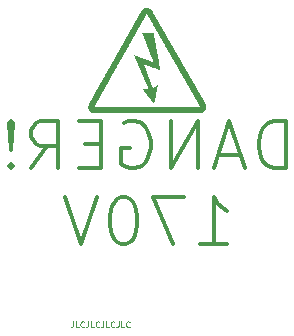
<source format=gbo>
G04 #@! TF.GenerationSoftware,KiCad,Pcbnew,7.0.5-0*
G04 #@! TF.CreationDate,2023-12-22T09:44:44-05:00*
G04 #@! TF.ProjectId,PierogiNixiePSU,50696572-6f67-4694-9e69-786965505355,rev?*
G04 #@! TF.SameCoordinates,Original*
G04 #@! TF.FileFunction,Legend,Bot*
G04 #@! TF.FilePolarity,Positive*
%FSLAX46Y46*%
G04 Gerber Fmt 4.6, Leading zero omitted, Abs format (unit mm)*
G04 Created by KiCad (PCBNEW 7.0.5-0) date 2023-12-22 09:44:44*
%MOMM*%
%LPD*%
G01*
G04 APERTURE LIST*
%ADD10C,0.300000*%
%ADD11C,0.125000*%
%ADD12C,1.950000*%
%ADD13C,0.800000*%
%ADD14C,7.000000*%
%ADD15R,1.600000X1.600000*%
%ADD16C,1.600000*%
%ADD17R,4.500000X2.000000*%
%ADD18O,4.000000X2.000000*%
%ADD19O,2.000000X4.000000*%
G04 APERTURE END LIST*
D10*
X154429597Y-107786026D02*
X154429597Y-103786026D01*
X154429597Y-103786026D02*
X153477216Y-103786026D01*
X153477216Y-103786026D02*
X152905787Y-103976502D01*
X152905787Y-103976502D02*
X152524835Y-104357454D01*
X152524835Y-104357454D02*
X152334358Y-104738407D01*
X152334358Y-104738407D02*
X152143882Y-105500311D01*
X152143882Y-105500311D02*
X152143882Y-106071740D01*
X152143882Y-106071740D02*
X152334358Y-106833645D01*
X152334358Y-106833645D02*
X152524835Y-107214597D01*
X152524835Y-107214597D02*
X152905787Y-107595550D01*
X152905787Y-107595550D02*
X153477216Y-107786026D01*
X153477216Y-107786026D02*
X154429597Y-107786026D01*
X150620073Y-106643169D02*
X148715311Y-106643169D01*
X151001025Y-107786026D02*
X149667692Y-103786026D01*
X149667692Y-103786026D02*
X148334358Y-107786026D01*
X147001026Y-107786026D02*
X147001026Y-103786026D01*
X147001026Y-103786026D02*
X144715311Y-107786026D01*
X144715311Y-107786026D02*
X144715311Y-103786026D01*
X140715311Y-103976502D02*
X141096264Y-103786026D01*
X141096264Y-103786026D02*
X141667692Y-103786026D01*
X141667692Y-103786026D02*
X142239121Y-103976502D01*
X142239121Y-103976502D02*
X142620073Y-104357454D01*
X142620073Y-104357454D02*
X142810550Y-104738407D01*
X142810550Y-104738407D02*
X143001026Y-105500311D01*
X143001026Y-105500311D02*
X143001026Y-106071740D01*
X143001026Y-106071740D02*
X142810550Y-106833645D01*
X142810550Y-106833645D02*
X142620073Y-107214597D01*
X142620073Y-107214597D02*
X142239121Y-107595550D01*
X142239121Y-107595550D02*
X141667692Y-107786026D01*
X141667692Y-107786026D02*
X141286740Y-107786026D01*
X141286740Y-107786026D02*
X140715311Y-107595550D01*
X140715311Y-107595550D02*
X140524835Y-107405073D01*
X140524835Y-107405073D02*
X140524835Y-106071740D01*
X140524835Y-106071740D02*
X141286740Y-106071740D01*
X138810550Y-105690788D02*
X137477216Y-105690788D01*
X136905788Y-107786026D02*
X138810550Y-107786026D01*
X138810550Y-107786026D02*
X138810550Y-103786026D01*
X138810550Y-103786026D02*
X136905788Y-103786026D01*
X132905787Y-107786026D02*
X134239121Y-105881264D01*
X135191502Y-107786026D02*
X135191502Y-103786026D01*
X135191502Y-103786026D02*
X133667692Y-103786026D01*
X133667692Y-103786026D02*
X133286740Y-103976502D01*
X133286740Y-103976502D02*
X133096263Y-104166978D01*
X133096263Y-104166978D02*
X132905787Y-104547930D01*
X132905787Y-104547930D02*
X132905787Y-105119359D01*
X132905787Y-105119359D02*
X133096263Y-105500311D01*
X133096263Y-105500311D02*
X133286740Y-105690788D01*
X133286740Y-105690788D02*
X133667692Y-105881264D01*
X133667692Y-105881264D02*
X135191502Y-105881264D01*
X131191502Y-107405073D02*
X131001025Y-107595550D01*
X131001025Y-107595550D02*
X131191502Y-107786026D01*
X131191502Y-107786026D02*
X131381978Y-107595550D01*
X131381978Y-107595550D02*
X131191502Y-107405073D01*
X131191502Y-107405073D02*
X131191502Y-107786026D01*
X131191502Y-106262216D02*
X131381978Y-103976502D01*
X131381978Y-103976502D02*
X131191502Y-103786026D01*
X131191502Y-103786026D02*
X131001025Y-103976502D01*
X131001025Y-103976502D02*
X131191502Y-106262216D01*
X131191502Y-106262216D02*
X131191502Y-103786026D01*
X147191501Y-114226026D02*
X149477216Y-114226026D01*
X148334359Y-114226026D02*
X148334359Y-110226026D01*
X148334359Y-110226026D02*
X148715311Y-110797454D01*
X148715311Y-110797454D02*
X149096263Y-111178407D01*
X149096263Y-111178407D02*
X149477216Y-111368883D01*
X145858168Y-110226026D02*
X143191501Y-110226026D01*
X143191501Y-110226026D02*
X144905787Y-114226026D01*
X140905787Y-110226026D02*
X140524834Y-110226026D01*
X140524834Y-110226026D02*
X140143882Y-110416502D01*
X140143882Y-110416502D02*
X139953406Y-110606978D01*
X139953406Y-110606978D02*
X139762930Y-110987930D01*
X139762930Y-110987930D02*
X139572453Y-111749835D01*
X139572453Y-111749835D02*
X139572453Y-112702216D01*
X139572453Y-112702216D02*
X139762930Y-113464121D01*
X139762930Y-113464121D02*
X139953406Y-113845073D01*
X139953406Y-113845073D02*
X140143882Y-114035550D01*
X140143882Y-114035550D02*
X140524834Y-114226026D01*
X140524834Y-114226026D02*
X140905787Y-114226026D01*
X140905787Y-114226026D02*
X141286739Y-114035550D01*
X141286739Y-114035550D02*
X141477215Y-113845073D01*
X141477215Y-113845073D02*
X141667692Y-113464121D01*
X141667692Y-113464121D02*
X141858168Y-112702216D01*
X141858168Y-112702216D02*
X141858168Y-111749835D01*
X141858168Y-111749835D02*
X141667692Y-110987930D01*
X141667692Y-110987930D02*
X141477215Y-110606978D01*
X141477215Y-110606978D02*
X141286739Y-110416502D01*
X141286739Y-110416502D02*
X140905787Y-110226026D01*
X138429596Y-110226026D02*
X137096263Y-114226026D01*
X137096263Y-114226026D02*
X135762929Y-110226026D01*
D11*
X136444140Y-120732309D02*
X136444140Y-121089452D01*
X136444140Y-121089452D02*
X136420331Y-121160880D01*
X136420331Y-121160880D02*
X136372712Y-121208500D01*
X136372712Y-121208500D02*
X136301283Y-121232309D01*
X136301283Y-121232309D02*
X136253664Y-121232309D01*
X136920330Y-121232309D02*
X136682235Y-121232309D01*
X136682235Y-121232309D02*
X136682235Y-120732309D01*
X137372711Y-121184690D02*
X137348902Y-121208500D01*
X137348902Y-121208500D02*
X137277473Y-121232309D01*
X137277473Y-121232309D02*
X137229854Y-121232309D01*
X137229854Y-121232309D02*
X137158426Y-121208500D01*
X137158426Y-121208500D02*
X137110807Y-121160880D01*
X137110807Y-121160880D02*
X137086997Y-121113261D01*
X137086997Y-121113261D02*
X137063188Y-121018023D01*
X137063188Y-121018023D02*
X137063188Y-120946595D01*
X137063188Y-120946595D02*
X137086997Y-120851357D01*
X137086997Y-120851357D02*
X137110807Y-120803738D01*
X137110807Y-120803738D02*
X137158426Y-120756119D01*
X137158426Y-120756119D02*
X137229854Y-120732309D01*
X137229854Y-120732309D02*
X137277473Y-120732309D01*
X137277473Y-120732309D02*
X137348902Y-120756119D01*
X137348902Y-120756119D02*
X137372711Y-120779928D01*
X137729854Y-120732309D02*
X137729854Y-121089452D01*
X137729854Y-121089452D02*
X137706045Y-121160880D01*
X137706045Y-121160880D02*
X137658426Y-121208500D01*
X137658426Y-121208500D02*
X137586997Y-121232309D01*
X137586997Y-121232309D02*
X137539378Y-121232309D01*
X138206044Y-121232309D02*
X137967949Y-121232309D01*
X137967949Y-121232309D02*
X137967949Y-120732309D01*
X138658425Y-121184690D02*
X138634616Y-121208500D01*
X138634616Y-121208500D02*
X138563187Y-121232309D01*
X138563187Y-121232309D02*
X138515568Y-121232309D01*
X138515568Y-121232309D02*
X138444140Y-121208500D01*
X138444140Y-121208500D02*
X138396521Y-121160880D01*
X138396521Y-121160880D02*
X138372711Y-121113261D01*
X138372711Y-121113261D02*
X138348902Y-121018023D01*
X138348902Y-121018023D02*
X138348902Y-120946595D01*
X138348902Y-120946595D02*
X138372711Y-120851357D01*
X138372711Y-120851357D02*
X138396521Y-120803738D01*
X138396521Y-120803738D02*
X138444140Y-120756119D01*
X138444140Y-120756119D02*
X138515568Y-120732309D01*
X138515568Y-120732309D02*
X138563187Y-120732309D01*
X138563187Y-120732309D02*
X138634616Y-120756119D01*
X138634616Y-120756119D02*
X138658425Y-120779928D01*
X139015568Y-120732309D02*
X139015568Y-121089452D01*
X139015568Y-121089452D02*
X138991759Y-121160880D01*
X138991759Y-121160880D02*
X138944140Y-121208500D01*
X138944140Y-121208500D02*
X138872711Y-121232309D01*
X138872711Y-121232309D02*
X138825092Y-121232309D01*
X139491758Y-121232309D02*
X139253663Y-121232309D01*
X139253663Y-121232309D02*
X139253663Y-120732309D01*
X139944139Y-121184690D02*
X139920330Y-121208500D01*
X139920330Y-121208500D02*
X139848901Y-121232309D01*
X139848901Y-121232309D02*
X139801282Y-121232309D01*
X139801282Y-121232309D02*
X139729854Y-121208500D01*
X139729854Y-121208500D02*
X139682235Y-121160880D01*
X139682235Y-121160880D02*
X139658425Y-121113261D01*
X139658425Y-121113261D02*
X139634616Y-121018023D01*
X139634616Y-121018023D02*
X139634616Y-120946595D01*
X139634616Y-120946595D02*
X139658425Y-120851357D01*
X139658425Y-120851357D02*
X139682235Y-120803738D01*
X139682235Y-120803738D02*
X139729854Y-120756119D01*
X139729854Y-120756119D02*
X139801282Y-120732309D01*
X139801282Y-120732309D02*
X139848901Y-120732309D01*
X139848901Y-120732309D02*
X139920330Y-120756119D01*
X139920330Y-120756119D02*
X139944139Y-120779928D01*
X140301282Y-120732309D02*
X140301282Y-121089452D01*
X140301282Y-121089452D02*
X140277473Y-121160880D01*
X140277473Y-121160880D02*
X140229854Y-121208500D01*
X140229854Y-121208500D02*
X140158425Y-121232309D01*
X140158425Y-121232309D02*
X140110806Y-121232309D01*
X140777472Y-121232309D02*
X140539377Y-121232309D01*
X140539377Y-121232309D02*
X140539377Y-120732309D01*
X141229853Y-121184690D02*
X141206044Y-121208500D01*
X141206044Y-121208500D02*
X141134615Y-121232309D01*
X141134615Y-121232309D02*
X141086996Y-121232309D01*
X141086996Y-121232309D02*
X141015568Y-121208500D01*
X141015568Y-121208500D02*
X140967949Y-121160880D01*
X140967949Y-121160880D02*
X140944139Y-121113261D01*
X140944139Y-121113261D02*
X140920330Y-121018023D01*
X140920330Y-121018023D02*
X140920330Y-120946595D01*
X140920330Y-120946595D02*
X140944139Y-120851357D01*
X140944139Y-120851357D02*
X140967949Y-120803738D01*
X140967949Y-120803738D02*
X141015568Y-120756119D01*
X141015568Y-120756119D02*
X141086996Y-120732309D01*
X141086996Y-120732309D02*
X141134615Y-120732309D01*
X141134615Y-120732309D02*
X141206044Y-120756119D01*
X141206044Y-120756119D02*
X141229853Y-120779928D01*
G36*
X147721650Y-102727850D02*
G01*
X137739450Y-102727850D01*
X137739450Y-102702450D01*
X147721650Y-102702450D01*
X147721650Y-102727850D01*
G37*
G36*
X147721650Y-102702450D02*
G01*
X137739450Y-102702450D01*
X137739450Y-102677050D01*
X147721650Y-102677050D01*
X147721650Y-102702450D01*
G37*
G36*
X147721650Y-102677050D02*
G01*
X137739450Y-102677050D01*
X137739450Y-102651650D01*
X147721650Y-102651650D01*
X147721650Y-102677050D01*
G37*
G36*
X147721650Y-102651650D02*
G01*
X137739450Y-102651650D01*
X137739450Y-102626250D01*
X147721650Y-102626250D01*
X147721650Y-102651650D01*
G37*
G36*
X147721650Y-102626250D02*
G01*
X147188250Y-102626250D01*
X147188250Y-102600850D01*
X147721650Y-102600850D01*
X147721650Y-102626250D01*
G37*
G36*
X147721650Y-102600850D02*
G01*
X147213650Y-102600850D01*
X147213650Y-102575450D01*
X147721650Y-102575450D01*
X147721650Y-102600850D01*
G37*
G36*
X147721650Y-102575450D02*
G01*
X147213650Y-102575450D01*
X147213650Y-102550050D01*
X147721650Y-102550050D01*
X147721650Y-102575450D01*
G37*
G36*
X147721650Y-102550050D02*
G01*
X147188250Y-102550050D01*
X147188250Y-102524650D01*
X147721650Y-102524650D01*
X147721650Y-102550050D01*
G37*
G36*
X147721650Y-102524650D02*
G01*
X147188250Y-102524650D01*
X147188250Y-102499250D01*
X147721650Y-102499250D01*
X147721650Y-102524650D01*
G37*
G36*
X147721650Y-102499250D02*
G01*
X147162850Y-102499250D01*
X147162850Y-102473850D01*
X147721650Y-102473850D01*
X147721650Y-102499250D01*
G37*
G36*
X147696250Y-102804050D02*
G01*
X137764850Y-102804050D01*
X137764850Y-102778650D01*
X147696250Y-102778650D01*
X147696250Y-102804050D01*
G37*
G36*
X147696250Y-102778650D02*
G01*
X137764850Y-102778650D01*
X137764850Y-102753250D01*
X147696250Y-102753250D01*
X147696250Y-102778650D01*
G37*
G36*
X147696250Y-102753250D02*
G01*
X137764850Y-102753250D01*
X137764850Y-102727850D01*
X147696250Y-102727850D01*
X147696250Y-102753250D01*
G37*
G36*
X147696250Y-102473850D02*
G01*
X147137450Y-102473850D01*
X147137450Y-102448450D01*
X147696250Y-102448450D01*
X147696250Y-102473850D01*
G37*
G36*
X147696250Y-102448450D02*
G01*
X147137450Y-102448450D01*
X147137450Y-102423050D01*
X147696250Y-102423050D01*
X147696250Y-102448450D01*
G37*
G36*
X147696250Y-102423050D02*
G01*
X147112050Y-102423050D01*
X147112050Y-102397650D01*
X147696250Y-102397650D01*
X147696250Y-102423050D01*
G37*
G36*
X147696250Y-102397650D02*
G01*
X147112050Y-102397650D01*
X147112050Y-102372250D01*
X147696250Y-102372250D01*
X147696250Y-102397650D01*
G37*
G36*
X147670850Y-102854850D02*
G01*
X137790250Y-102854850D01*
X137790250Y-102829450D01*
X147670850Y-102829450D01*
X147670850Y-102854850D01*
G37*
G36*
X147670850Y-102829450D02*
G01*
X137790250Y-102829450D01*
X137790250Y-102804050D01*
X147670850Y-102804050D01*
X147670850Y-102829450D01*
G37*
G36*
X147670850Y-102372250D02*
G01*
X147086650Y-102372250D01*
X147086650Y-102346850D01*
X147670850Y-102346850D01*
X147670850Y-102372250D01*
G37*
G36*
X147670850Y-102346850D02*
G01*
X147086650Y-102346850D01*
X147086650Y-102321450D01*
X147670850Y-102321450D01*
X147670850Y-102346850D01*
G37*
G36*
X147645450Y-102905650D02*
G01*
X137815650Y-102905650D01*
X137815650Y-102880250D01*
X147645450Y-102880250D01*
X147645450Y-102905650D01*
G37*
G36*
X147645450Y-102880250D02*
G01*
X137815650Y-102880250D01*
X137815650Y-102854850D01*
X147645450Y-102854850D01*
X147645450Y-102880250D01*
G37*
G36*
X147645450Y-102321450D02*
G01*
X147061250Y-102321450D01*
X147061250Y-102296050D01*
X147645450Y-102296050D01*
X147645450Y-102321450D01*
G37*
G36*
X147645450Y-102296050D02*
G01*
X147035850Y-102296050D01*
X147035850Y-102270650D01*
X147645450Y-102270650D01*
X147645450Y-102296050D01*
G37*
G36*
X147620050Y-102931050D02*
G01*
X137841050Y-102931050D01*
X137841050Y-102905650D01*
X147620050Y-102905650D01*
X147620050Y-102931050D01*
G37*
G36*
X147620050Y-102270650D02*
G01*
X147035850Y-102270650D01*
X147035850Y-102245250D01*
X147620050Y-102245250D01*
X147620050Y-102270650D01*
G37*
G36*
X147620050Y-102245250D02*
G01*
X147010450Y-102245250D01*
X147010450Y-102219850D01*
X147620050Y-102219850D01*
X147620050Y-102245250D01*
G37*
G36*
X147594650Y-102956450D02*
G01*
X137866450Y-102956450D01*
X137866450Y-102931050D01*
X147594650Y-102931050D01*
X147594650Y-102956450D01*
G37*
G36*
X147594650Y-102219850D02*
G01*
X147010450Y-102219850D01*
X147010450Y-102194450D01*
X147594650Y-102194450D01*
X147594650Y-102219850D01*
G37*
G36*
X147569250Y-102981850D02*
G01*
X137891850Y-102981850D01*
X137891850Y-102956450D01*
X147569250Y-102956450D01*
X147569250Y-102981850D01*
G37*
G36*
X147569250Y-102194450D02*
G01*
X146985050Y-102194450D01*
X146985050Y-102169050D01*
X147569250Y-102169050D01*
X147569250Y-102194450D01*
G37*
G36*
X147569250Y-102169050D02*
G01*
X146985050Y-102169050D01*
X146985050Y-102143650D01*
X147569250Y-102143650D01*
X147569250Y-102169050D01*
G37*
G36*
X147543850Y-103007250D02*
G01*
X137917250Y-103007250D01*
X137917250Y-102981850D01*
X147543850Y-102981850D01*
X147543850Y-103007250D01*
G37*
G36*
X147543850Y-102143650D02*
G01*
X146959650Y-102143650D01*
X146959650Y-102118250D01*
X147543850Y-102118250D01*
X147543850Y-102143650D01*
G37*
G36*
X147543850Y-102118250D02*
G01*
X146934250Y-102118250D01*
X146934250Y-102092850D01*
X147543850Y-102092850D01*
X147543850Y-102118250D01*
G37*
G36*
X147518450Y-103032650D02*
G01*
X137942650Y-103032650D01*
X137942650Y-103007250D01*
X147518450Y-103007250D01*
X147518450Y-103032650D01*
G37*
G36*
X147518450Y-102092850D02*
G01*
X146934250Y-102092850D01*
X146934250Y-102067450D01*
X147518450Y-102067450D01*
X147518450Y-102092850D01*
G37*
G36*
X147518450Y-102067450D02*
G01*
X146908850Y-102067450D01*
X146908850Y-102042050D01*
X147518450Y-102042050D01*
X147518450Y-102067450D01*
G37*
G36*
X147493050Y-102042050D02*
G01*
X146908850Y-102042050D01*
X146908850Y-102016650D01*
X147493050Y-102016650D01*
X147493050Y-102042050D01*
G37*
G36*
X147467650Y-103058050D02*
G01*
X137993450Y-103058050D01*
X137993450Y-103032650D01*
X147467650Y-103032650D01*
X147467650Y-103058050D01*
G37*
G36*
X147467650Y-102016650D02*
G01*
X146883450Y-102016650D01*
X146883450Y-101991250D01*
X147467650Y-101991250D01*
X147467650Y-102016650D01*
G37*
G36*
X147467650Y-101991250D02*
G01*
X146883450Y-101991250D01*
X146883450Y-101965850D01*
X147467650Y-101965850D01*
X147467650Y-101991250D01*
G37*
G36*
X147442250Y-101965850D02*
G01*
X146858050Y-101965850D01*
X146858050Y-101940450D01*
X147442250Y-101940450D01*
X147442250Y-101965850D01*
G37*
G36*
X147442250Y-101940450D02*
G01*
X146832650Y-101940450D01*
X146832650Y-101915050D01*
X147442250Y-101915050D01*
X147442250Y-101940450D01*
G37*
G36*
X147416850Y-103083450D02*
G01*
X138044250Y-103083450D01*
X138044250Y-103058050D01*
X147416850Y-103058050D01*
X147416850Y-103083450D01*
G37*
G36*
X147416850Y-101915050D02*
G01*
X146832650Y-101915050D01*
X146832650Y-101889650D01*
X147416850Y-101889650D01*
X147416850Y-101915050D01*
G37*
G36*
X147416850Y-101889650D02*
G01*
X146807250Y-101889650D01*
X146807250Y-101864250D01*
X147416850Y-101864250D01*
X147416850Y-101889650D01*
G37*
G36*
X147391450Y-101864250D02*
G01*
X146807250Y-101864250D01*
X146807250Y-101838850D01*
X147391450Y-101838850D01*
X147391450Y-101864250D01*
G37*
G36*
X147366050Y-103108850D02*
G01*
X138095050Y-103108850D01*
X138095050Y-103083450D01*
X147366050Y-103083450D01*
X147366050Y-103108850D01*
G37*
G36*
X147366050Y-101838850D02*
G01*
X146781850Y-101838850D01*
X146781850Y-101813450D01*
X147366050Y-101813450D01*
X147366050Y-101838850D01*
G37*
G36*
X147366050Y-101813450D02*
G01*
X146781850Y-101813450D01*
X146781850Y-101788050D01*
X147366050Y-101788050D01*
X147366050Y-101813450D01*
G37*
G36*
X147340650Y-101788050D02*
G01*
X146756450Y-101788050D01*
X146756450Y-101762650D01*
X147340650Y-101762650D01*
X147340650Y-101788050D01*
G37*
G36*
X147340650Y-101762650D02*
G01*
X146731050Y-101762650D01*
X146731050Y-101737250D01*
X147340650Y-101737250D01*
X147340650Y-101762650D01*
G37*
G36*
X147315250Y-101737250D02*
G01*
X146731050Y-101737250D01*
X146731050Y-101711850D01*
X147315250Y-101711850D01*
X147315250Y-101737250D01*
G37*
G36*
X147289850Y-101711850D02*
G01*
X146705650Y-101711850D01*
X146705650Y-101686450D01*
X147289850Y-101686450D01*
X147289850Y-101711850D01*
G37*
G36*
X147289850Y-101686450D02*
G01*
X146705650Y-101686450D01*
X146705650Y-101661050D01*
X147289850Y-101661050D01*
X147289850Y-101686450D01*
G37*
G36*
X147264450Y-103134250D02*
G01*
X138196650Y-103134250D01*
X138196650Y-103108850D01*
X147264450Y-103108850D01*
X147264450Y-103134250D01*
G37*
G36*
X147264450Y-101661050D02*
G01*
X146680250Y-101661050D01*
X146680250Y-101635650D01*
X147264450Y-101635650D01*
X147264450Y-101661050D01*
G37*
G36*
X147264450Y-101635650D02*
G01*
X146680250Y-101635650D01*
X146680250Y-101610250D01*
X147264450Y-101610250D01*
X147264450Y-101635650D01*
G37*
G36*
X147239050Y-101610250D02*
G01*
X146654850Y-101610250D01*
X146654850Y-101584850D01*
X147239050Y-101584850D01*
X147239050Y-101610250D01*
G37*
G36*
X147239050Y-101584850D02*
G01*
X146629450Y-101584850D01*
X146629450Y-101559450D01*
X147239050Y-101559450D01*
X147239050Y-101584850D01*
G37*
G36*
X147213650Y-101559450D02*
G01*
X146629450Y-101559450D01*
X146629450Y-101534050D01*
X147213650Y-101534050D01*
X147213650Y-101559450D01*
G37*
G36*
X147188250Y-101534050D02*
G01*
X146604050Y-101534050D01*
X146604050Y-101508650D01*
X147188250Y-101508650D01*
X147188250Y-101534050D01*
G37*
G36*
X147188250Y-101508650D02*
G01*
X146604050Y-101508650D01*
X146604050Y-101483250D01*
X147188250Y-101483250D01*
X147188250Y-101508650D01*
G37*
G36*
X147162850Y-101483250D02*
G01*
X146578650Y-101483250D01*
X146578650Y-101457850D01*
X147162850Y-101457850D01*
X147162850Y-101483250D01*
G37*
G36*
X147162850Y-101457850D02*
G01*
X146578650Y-101457850D01*
X146578650Y-101432450D01*
X147162850Y-101432450D01*
X147162850Y-101457850D01*
G37*
G36*
X147137450Y-101432450D02*
G01*
X146553250Y-101432450D01*
X146553250Y-101407050D01*
X147137450Y-101407050D01*
X147137450Y-101432450D01*
G37*
G36*
X147137450Y-101407050D02*
G01*
X146527850Y-101407050D01*
X146527850Y-101381650D01*
X147137450Y-101381650D01*
X147137450Y-101407050D01*
G37*
G36*
X147112050Y-101381650D02*
G01*
X146527850Y-101381650D01*
X146527850Y-101356250D01*
X147112050Y-101356250D01*
X147112050Y-101381650D01*
G37*
G36*
X147086650Y-101356250D02*
G01*
X146502450Y-101356250D01*
X146502450Y-101330850D01*
X147086650Y-101330850D01*
X147086650Y-101356250D01*
G37*
G36*
X147086650Y-101330850D02*
G01*
X146502450Y-101330850D01*
X146502450Y-101305450D01*
X147086650Y-101305450D01*
X147086650Y-101330850D01*
G37*
G36*
X147061250Y-101305450D02*
G01*
X146477050Y-101305450D01*
X146477050Y-101280050D01*
X147061250Y-101280050D01*
X147061250Y-101305450D01*
G37*
G36*
X147061250Y-101280050D02*
G01*
X146451650Y-101280050D01*
X146451650Y-101254650D01*
X147061250Y-101254650D01*
X147061250Y-101280050D01*
G37*
G36*
X147035850Y-101254650D02*
G01*
X146451650Y-101254650D01*
X146451650Y-101229250D01*
X147035850Y-101229250D01*
X147035850Y-101254650D01*
G37*
G36*
X147035850Y-101229250D02*
G01*
X146426250Y-101229250D01*
X146426250Y-101203850D01*
X147035850Y-101203850D01*
X147035850Y-101229250D01*
G37*
G36*
X147010450Y-101203850D02*
G01*
X146426250Y-101203850D01*
X146426250Y-101178450D01*
X147010450Y-101178450D01*
X147010450Y-101203850D01*
G37*
G36*
X146985050Y-101178450D02*
G01*
X146400850Y-101178450D01*
X146400850Y-101153050D01*
X146985050Y-101153050D01*
X146985050Y-101178450D01*
G37*
G36*
X146985050Y-101153050D02*
G01*
X146400850Y-101153050D01*
X146400850Y-101127650D01*
X146985050Y-101127650D01*
X146985050Y-101153050D01*
G37*
G36*
X146959650Y-101127650D02*
G01*
X146375450Y-101127650D01*
X146375450Y-101102250D01*
X146959650Y-101102250D01*
X146959650Y-101127650D01*
G37*
G36*
X146959650Y-101102250D02*
G01*
X146350050Y-101102250D01*
X146350050Y-101076850D01*
X146959650Y-101076850D01*
X146959650Y-101102250D01*
G37*
G36*
X146934250Y-101076850D02*
G01*
X146350050Y-101076850D01*
X146350050Y-101051450D01*
X146934250Y-101051450D01*
X146934250Y-101076850D01*
G37*
G36*
X146934250Y-101051450D02*
G01*
X146324650Y-101051450D01*
X146324650Y-101026050D01*
X146934250Y-101026050D01*
X146934250Y-101051450D01*
G37*
G36*
X146908850Y-101026050D02*
G01*
X146324650Y-101026050D01*
X146324650Y-101000650D01*
X146908850Y-101000650D01*
X146908850Y-101026050D01*
G37*
G36*
X146883450Y-101000650D02*
G01*
X146299250Y-101000650D01*
X146299250Y-100975250D01*
X146883450Y-100975250D01*
X146883450Y-101000650D01*
G37*
G36*
X146883450Y-100975250D02*
G01*
X146299250Y-100975250D01*
X146299250Y-100949850D01*
X146883450Y-100949850D01*
X146883450Y-100975250D01*
G37*
G36*
X146858050Y-100949850D02*
G01*
X146273850Y-100949850D01*
X146273850Y-100924450D01*
X146858050Y-100924450D01*
X146858050Y-100949850D01*
G37*
G36*
X146858050Y-100924450D02*
G01*
X146248450Y-100924450D01*
X146248450Y-100899050D01*
X146858050Y-100899050D01*
X146858050Y-100924450D01*
G37*
G36*
X146832650Y-100899050D02*
G01*
X146248450Y-100899050D01*
X146248450Y-100873650D01*
X146832650Y-100873650D01*
X146832650Y-100899050D01*
G37*
G36*
X146832650Y-100873650D02*
G01*
X146223050Y-100873650D01*
X146223050Y-100848250D01*
X146832650Y-100848250D01*
X146832650Y-100873650D01*
G37*
G36*
X146807250Y-100848250D02*
G01*
X146223050Y-100848250D01*
X146223050Y-100822850D01*
X146807250Y-100822850D01*
X146807250Y-100848250D01*
G37*
G36*
X146781850Y-100822850D02*
G01*
X146197650Y-100822850D01*
X146197650Y-100797450D01*
X146781850Y-100797450D01*
X146781850Y-100822850D01*
G37*
G36*
X146781850Y-100797450D02*
G01*
X146197650Y-100797450D01*
X146197650Y-100772050D01*
X146781850Y-100772050D01*
X146781850Y-100797450D01*
G37*
G36*
X146756450Y-100772050D02*
G01*
X146172250Y-100772050D01*
X146172250Y-100746650D01*
X146756450Y-100746650D01*
X146756450Y-100772050D01*
G37*
G36*
X146756450Y-100746650D02*
G01*
X146146850Y-100746650D01*
X146146850Y-100721250D01*
X146756450Y-100721250D01*
X146756450Y-100746650D01*
G37*
G36*
X146731050Y-100721250D02*
G01*
X146146850Y-100721250D01*
X146146850Y-100695850D01*
X146731050Y-100695850D01*
X146731050Y-100721250D01*
G37*
G36*
X146731050Y-100695850D02*
G01*
X146121450Y-100695850D01*
X146121450Y-100670450D01*
X146731050Y-100670450D01*
X146731050Y-100695850D01*
G37*
G36*
X146705650Y-100670450D02*
G01*
X146121450Y-100670450D01*
X146121450Y-100645050D01*
X146705650Y-100645050D01*
X146705650Y-100670450D01*
G37*
G36*
X146680250Y-100645050D02*
G01*
X146096050Y-100645050D01*
X146096050Y-100619650D01*
X146680250Y-100619650D01*
X146680250Y-100645050D01*
G37*
G36*
X146680250Y-100619650D02*
G01*
X146096050Y-100619650D01*
X146096050Y-100594250D01*
X146680250Y-100594250D01*
X146680250Y-100619650D01*
G37*
G36*
X146654850Y-100594250D02*
G01*
X146070650Y-100594250D01*
X146070650Y-100568850D01*
X146654850Y-100568850D01*
X146654850Y-100594250D01*
G37*
G36*
X146654850Y-100568850D02*
G01*
X146045250Y-100568850D01*
X146045250Y-100543450D01*
X146654850Y-100543450D01*
X146654850Y-100568850D01*
G37*
G36*
X146629450Y-100543450D02*
G01*
X146045250Y-100543450D01*
X146045250Y-100518050D01*
X146629450Y-100518050D01*
X146629450Y-100543450D01*
G37*
G36*
X146604050Y-100518050D02*
G01*
X146019850Y-100518050D01*
X146019850Y-100492650D01*
X146604050Y-100492650D01*
X146604050Y-100518050D01*
G37*
G36*
X146604050Y-100492650D02*
G01*
X146019850Y-100492650D01*
X146019850Y-100467250D01*
X146604050Y-100467250D01*
X146604050Y-100492650D01*
G37*
G36*
X146578650Y-100467250D02*
G01*
X145994450Y-100467250D01*
X145994450Y-100441850D01*
X146578650Y-100441850D01*
X146578650Y-100467250D01*
G37*
G36*
X146578650Y-100441850D02*
G01*
X145994450Y-100441850D01*
X145994450Y-100416450D01*
X146578650Y-100416450D01*
X146578650Y-100441850D01*
G37*
G36*
X146553250Y-100416450D02*
G01*
X145969050Y-100416450D01*
X145969050Y-100391050D01*
X146553250Y-100391050D01*
X146553250Y-100416450D01*
G37*
G36*
X146553250Y-100391050D02*
G01*
X145943650Y-100391050D01*
X145943650Y-100365650D01*
X146553250Y-100365650D01*
X146553250Y-100391050D01*
G37*
G36*
X146527850Y-100365650D02*
G01*
X145943650Y-100365650D01*
X145943650Y-100340250D01*
X146527850Y-100340250D01*
X146527850Y-100365650D01*
G37*
G36*
X146502450Y-100340250D02*
G01*
X145918250Y-100340250D01*
X145918250Y-100314850D01*
X146502450Y-100314850D01*
X146502450Y-100340250D01*
G37*
G36*
X146502450Y-100314850D02*
G01*
X145918250Y-100314850D01*
X145918250Y-100289450D01*
X146502450Y-100289450D01*
X146502450Y-100314850D01*
G37*
G36*
X146477050Y-100289450D02*
G01*
X145892850Y-100289450D01*
X145892850Y-100264050D01*
X146477050Y-100264050D01*
X146477050Y-100289450D01*
G37*
G36*
X146477050Y-100264050D02*
G01*
X145892850Y-100264050D01*
X145892850Y-100238650D01*
X146477050Y-100238650D01*
X146477050Y-100264050D01*
G37*
G36*
X146451650Y-100238650D02*
G01*
X145867450Y-100238650D01*
X145867450Y-100213250D01*
X146451650Y-100213250D01*
X146451650Y-100238650D01*
G37*
G36*
X146451650Y-100213250D02*
G01*
X145842050Y-100213250D01*
X145842050Y-100187850D01*
X146451650Y-100187850D01*
X146451650Y-100213250D01*
G37*
G36*
X146426250Y-100187850D02*
G01*
X145842050Y-100187850D01*
X145842050Y-100162450D01*
X146426250Y-100162450D01*
X146426250Y-100187850D01*
G37*
G36*
X146400850Y-100162450D02*
G01*
X145816650Y-100162450D01*
X145816650Y-100137050D01*
X146400850Y-100137050D01*
X146400850Y-100162450D01*
G37*
G36*
X146400850Y-100137050D02*
G01*
X145816650Y-100137050D01*
X145816650Y-100111650D01*
X146400850Y-100111650D01*
X146400850Y-100137050D01*
G37*
G36*
X146375450Y-100111650D02*
G01*
X145791250Y-100111650D01*
X145791250Y-100086250D01*
X146375450Y-100086250D01*
X146375450Y-100111650D01*
G37*
G36*
X146375450Y-100086250D02*
G01*
X145765850Y-100086250D01*
X145765850Y-100060850D01*
X146375450Y-100060850D01*
X146375450Y-100086250D01*
G37*
G36*
X146350050Y-100060850D02*
G01*
X145765850Y-100060850D01*
X145765850Y-100035450D01*
X146350050Y-100035450D01*
X146350050Y-100060850D01*
G37*
G36*
X146350050Y-100035450D02*
G01*
X145740450Y-100035450D01*
X145740450Y-100010050D01*
X146350050Y-100010050D01*
X146350050Y-100035450D01*
G37*
G36*
X146324650Y-100010050D02*
G01*
X145740450Y-100010050D01*
X145740450Y-99984650D01*
X146324650Y-99984650D01*
X146324650Y-100010050D01*
G37*
G36*
X146299250Y-99984650D02*
G01*
X145715050Y-99984650D01*
X145715050Y-99959250D01*
X146299250Y-99959250D01*
X146299250Y-99984650D01*
G37*
G36*
X146299250Y-99959250D02*
G01*
X145715050Y-99959250D01*
X145715050Y-99933850D01*
X146299250Y-99933850D01*
X146299250Y-99959250D01*
G37*
G36*
X146273850Y-99933850D02*
G01*
X145689650Y-99933850D01*
X145689650Y-99908450D01*
X146273850Y-99908450D01*
X146273850Y-99933850D01*
G37*
G36*
X146273850Y-99908450D02*
G01*
X145664250Y-99908450D01*
X145664250Y-99883050D01*
X146273850Y-99883050D01*
X146273850Y-99908450D01*
G37*
G36*
X146248450Y-99883050D02*
G01*
X145664250Y-99883050D01*
X145664250Y-99857650D01*
X146248450Y-99857650D01*
X146248450Y-99883050D01*
G37*
G36*
X146248450Y-99857650D02*
G01*
X145638850Y-99857650D01*
X145638850Y-99832250D01*
X146248450Y-99832250D01*
X146248450Y-99857650D01*
G37*
G36*
X146223050Y-99832250D02*
G01*
X145638850Y-99832250D01*
X145638850Y-99806850D01*
X146223050Y-99806850D01*
X146223050Y-99832250D01*
G37*
G36*
X146197650Y-99806850D02*
G01*
X145613450Y-99806850D01*
X145613450Y-99781450D01*
X146197650Y-99781450D01*
X146197650Y-99806850D01*
G37*
G36*
X146197650Y-99781450D02*
G01*
X145613450Y-99781450D01*
X145613450Y-99756050D01*
X146197650Y-99756050D01*
X146197650Y-99781450D01*
G37*
G36*
X146172250Y-99756050D02*
G01*
X145588050Y-99756050D01*
X145588050Y-99730650D01*
X146172250Y-99730650D01*
X146172250Y-99756050D01*
G37*
G36*
X146172250Y-99730650D02*
G01*
X145562650Y-99730650D01*
X145562650Y-99705250D01*
X146172250Y-99705250D01*
X146172250Y-99730650D01*
G37*
G36*
X146146850Y-99705250D02*
G01*
X145562650Y-99705250D01*
X145562650Y-99679850D01*
X146146850Y-99679850D01*
X146146850Y-99705250D01*
G37*
G36*
X146146850Y-99679850D02*
G01*
X145537250Y-99679850D01*
X145537250Y-99654450D01*
X146146850Y-99654450D01*
X146146850Y-99679850D01*
G37*
G36*
X146121450Y-99654450D02*
G01*
X145537250Y-99654450D01*
X145537250Y-99629050D01*
X146121450Y-99629050D01*
X146121450Y-99654450D01*
G37*
G36*
X146096050Y-99629050D02*
G01*
X145511850Y-99629050D01*
X145511850Y-99603650D01*
X146096050Y-99603650D01*
X146096050Y-99629050D01*
G37*
G36*
X146096050Y-99603650D02*
G01*
X145511850Y-99603650D01*
X145511850Y-99578250D01*
X146096050Y-99578250D01*
X146096050Y-99603650D01*
G37*
G36*
X146070650Y-99578250D02*
G01*
X145486450Y-99578250D01*
X145486450Y-99552850D01*
X146070650Y-99552850D01*
X146070650Y-99578250D01*
G37*
G36*
X146070650Y-99552850D02*
G01*
X145461050Y-99552850D01*
X145461050Y-99527450D01*
X146070650Y-99527450D01*
X146070650Y-99552850D01*
G37*
G36*
X146045250Y-99527450D02*
G01*
X145461050Y-99527450D01*
X145461050Y-99502050D01*
X146045250Y-99502050D01*
X146045250Y-99527450D01*
G37*
G36*
X146045250Y-99502050D02*
G01*
X145435650Y-99502050D01*
X145435650Y-99476650D01*
X146045250Y-99476650D01*
X146045250Y-99502050D01*
G37*
G36*
X146019850Y-99476650D02*
G01*
X145435650Y-99476650D01*
X145435650Y-99451250D01*
X146019850Y-99451250D01*
X146019850Y-99476650D01*
G37*
G36*
X145994450Y-99451250D02*
G01*
X145410250Y-99451250D01*
X145410250Y-99425850D01*
X145994450Y-99425850D01*
X145994450Y-99451250D01*
G37*
G36*
X145994450Y-99425850D02*
G01*
X145410250Y-99425850D01*
X145410250Y-99400450D01*
X145994450Y-99400450D01*
X145994450Y-99425850D01*
G37*
G36*
X145969050Y-99400450D02*
G01*
X145384850Y-99400450D01*
X145384850Y-99375050D01*
X145969050Y-99375050D01*
X145969050Y-99400450D01*
G37*
G36*
X145969050Y-99375050D02*
G01*
X145359450Y-99375050D01*
X145359450Y-99349650D01*
X145969050Y-99349650D01*
X145969050Y-99375050D01*
G37*
G36*
X145943650Y-99349650D02*
G01*
X145359450Y-99349650D01*
X145359450Y-99324250D01*
X145943650Y-99324250D01*
X145943650Y-99349650D01*
G37*
G36*
X145918250Y-99324250D02*
G01*
X145334050Y-99324250D01*
X145334050Y-99298850D01*
X145918250Y-99298850D01*
X145918250Y-99324250D01*
G37*
G36*
X145918250Y-99298850D02*
G01*
X145334050Y-99298850D01*
X145334050Y-99273450D01*
X145918250Y-99273450D01*
X145918250Y-99298850D01*
G37*
G36*
X145892850Y-99273450D02*
G01*
X145308650Y-99273450D01*
X145308650Y-99248050D01*
X145892850Y-99248050D01*
X145892850Y-99273450D01*
G37*
G36*
X145892850Y-99248050D02*
G01*
X145308650Y-99248050D01*
X145308650Y-99222650D01*
X145892850Y-99222650D01*
X145892850Y-99248050D01*
G37*
G36*
X145867450Y-99222650D02*
G01*
X145283250Y-99222650D01*
X145283250Y-99197250D01*
X145867450Y-99197250D01*
X145867450Y-99222650D01*
G37*
G36*
X145867450Y-99197250D02*
G01*
X145257850Y-99197250D01*
X145257850Y-99171850D01*
X145867450Y-99171850D01*
X145867450Y-99197250D01*
G37*
G36*
X145842050Y-99171850D02*
G01*
X145257850Y-99171850D01*
X145257850Y-99146450D01*
X145842050Y-99146450D01*
X145842050Y-99171850D01*
G37*
G36*
X145816650Y-99146450D02*
G01*
X145232450Y-99146450D01*
X145232450Y-99121050D01*
X145816650Y-99121050D01*
X145816650Y-99146450D01*
G37*
G36*
X145816650Y-99121050D02*
G01*
X145232450Y-99121050D01*
X145232450Y-99095650D01*
X145816650Y-99095650D01*
X145816650Y-99121050D01*
G37*
G36*
X145791250Y-99095650D02*
G01*
X145207050Y-99095650D01*
X145207050Y-99070250D01*
X145791250Y-99070250D01*
X145791250Y-99095650D01*
G37*
G36*
X145791250Y-99070250D02*
G01*
X145207050Y-99070250D01*
X145207050Y-99044850D01*
X145791250Y-99044850D01*
X145791250Y-99070250D01*
G37*
G36*
X145765850Y-99044850D02*
G01*
X145181650Y-99044850D01*
X145181650Y-99019450D01*
X145765850Y-99019450D01*
X145765850Y-99044850D01*
G37*
G36*
X145765850Y-99019450D02*
G01*
X145156250Y-99019450D01*
X145156250Y-98994050D01*
X145765850Y-98994050D01*
X145765850Y-99019450D01*
G37*
G36*
X145740450Y-98994050D02*
G01*
X145156250Y-98994050D01*
X145156250Y-98968650D01*
X145740450Y-98968650D01*
X145740450Y-98994050D01*
G37*
G36*
X145715050Y-98968650D02*
G01*
X145130850Y-98968650D01*
X145130850Y-98943250D01*
X145715050Y-98943250D01*
X145715050Y-98968650D01*
G37*
G36*
X145715050Y-98943250D02*
G01*
X145130850Y-98943250D01*
X145130850Y-98917850D01*
X145715050Y-98917850D01*
X145715050Y-98943250D01*
G37*
G36*
X145689650Y-98917850D02*
G01*
X145105450Y-98917850D01*
X145105450Y-98892450D01*
X145689650Y-98892450D01*
X145689650Y-98917850D01*
G37*
G36*
X145689650Y-98892450D02*
G01*
X145080050Y-98892450D01*
X145080050Y-98867050D01*
X145689650Y-98867050D01*
X145689650Y-98892450D01*
G37*
G36*
X145664250Y-98867050D02*
G01*
X145080050Y-98867050D01*
X145080050Y-98841650D01*
X145664250Y-98841650D01*
X145664250Y-98867050D01*
G37*
G36*
X145664250Y-98841650D02*
G01*
X145054650Y-98841650D01*
X145054650Y-98816250D01*
X145664250Y-98816250D01*
X145664250Y-98841650D01*
G37*
G36*
X145638850Y-98816250D02*
G01*
X145054650Y-98816250D01*
X145054650Y-98790850D01*
X145638850Y-98790850D01*
X145638850Y-98816250D01*
G37*
G36*
X145613450Y-98790850D02*
G01*
X145029250Y-98790850D01*
X145029250Y-98765450D01*
X145613450Y-98765450D01*
X145613450Y-98790850D01*
G37*
G36*
X145613450Y-98765450D02*
G01*
X145029250Y-98765450D01*
X145029250Y-98740050D01*
X145613450Y-98740050D01*
X145613450Y-98765450D01*
G37*
G36*
X145588050Y-98740050D02*
G01*
X145003850Y-98740050D01*
X145003850Y-98714650D01*
X145588050Y-98714650D01*
X145588050Y-98740050D01*
G37*
G36*
X145588050Y-98714650D02*
G01*
X144978450Y-98714650D01*
X144978450Y-98689250D01*
X145588050Y-98689250D01*
X145588050Y-98714650D01*
G37*
G36*
X145562650Y-98689250D02*
G01*
X144978450Y-98689250D01*
X144978450Y-98663850D01*
X145562650Y-98663850D01*
X145562650Y-98689250D01*
G37*
G36*
X145562650Y-98663850D02*
G01*
X144953050Y-98663850D01*
X144953050Y-98638450D01*
X145562650Y-98638450D01*
X145562650Y-98663850D01*
G37*
G36*
X145537250Y-98638450D02*
G01*
X144953050Y-98638450D01*
X144953050Y-98613050D01*
X145537250Y-98613050D01*
X145537250Y-98638450D01*
G37*
G36*
X145511850Y-98613050D02*
G01*
X144927650Y-98613050D01*
X144927650Y-98587650D01*
X145511850Y-98587650D01*
X145511850Y-98613050D01*
G37*
G36*
X145511850Y-98587650D02*
G01*
X144927650Y-98587650D01*
X144927650Y-98562250D01*
X145511850Y-98562250D01*
X145511850Y-98587650D01*
G37*
G36*
X145486450Y-98562250D02*
G01*
X144902250Y-98562250D01*
X144902250Y-98536850D01*
X145486450Y-98536850D01*
X145486450Y-98562250D01*
G37*
G36*
X145486450Y-98536850D02*
G01*
X144876850Y-98536850D01*
X144876850Y-98511450D01*
X145486450Y-98511450D01*
X145486450Y-98536850D01*
G37*
G36*
X145461050Y-98511450D02*
G01*
X144876850Y-98511450D01*
X144876850Y-98486050D01*
X145461050Y-98486050D01*
X145461050Y-98511450D01*
G37*
G36*
X145461050Y-98486050D02*
G01*
X144851450Y-98486050D01*
X144851450Y-98460650D01*
X145461050Y-98460650D01*
X145461050Y-98486050D01*
G37*
G36*
X145435650Y-98460650D02*
G01*
X144851450Y-98460650D01*
X144851450Y-98435250D01*
X145435650Y-98435250D01*
X145435650Y-98460650D01*
G37*
G36*
X145410250Y-98435250D02*
G01*
X144826050Y-98435250D01*
X144826050Y-98409850D01*
X145410250Y-98409850D01*
X145410250Y-98435250D01*
G37*
G36*
X145410250Y-98409850D02*
G01*
X144826050Y-98409850D01*
X144826050Y-98384450D01*
X145410250Y-98384450D01*
X145410250Y-98409850D01*
G37*
G36*
X145384850Y-98384450D02*
G01*
X144800650Y-98384450D01*
X144800650Y-98359050D01*
X145384850Y-98359050D01*
X145384850Y-98384450D01*
G37*
G36*
X145384850Y-98359050D02*
G01*
X144775250Y-98359050D01*
X144775250Y-98333650D01*
X145384850Y-98333650D01*
X145384850Y-98359050D01*
G37*
G36*
X145359450Y-98333650D02*
G01*
X144775250Y-98333650D01*
X144775250Y-98308250D01*
X145359450Y-98308250D01*
X145359450Y-98333650D01*
G37*
G36*
X145334050Y-98308250D02*
G01*
X144749850Y-98308250D01*
X144749850Y-98282850D01*
X145334050Y-98282850D01*
X145334050Y-98308250D01*
G37*
G36*
X145334050Y-98282850D02*
G01*
X144749850Y-98282850D01*
X144749850Y-98257450D01*
X145334050Y-98257450D01*
X145334050Y-98282850D01*
G37*
G36*
X145308650Y-98257450D02*
G01*
X144724450Y-98257450D01*
X144724450Y-98232050D01*
X145308650Y-98232050D01*
X145308650Y-98257450D01*
G37*
G36*
X145308650Y-98232050D02*
G01*
X144724450Y-98232050D01*
X144724450Y-98206650D01*
X145308650Y-98206650D01*
X145308650Y-98232050D01*
G37*
G36*
X145283250Y-98206650D02*
G01*
X144699050Y-98206650D01*
X144699050Y-98181250D01*
X145283250Y-98181250D01*
X145283250Y-98206650D01*
G37*
G36*
X145283250Y-98181250D02*
G01*
X144673650Y-98181250D01*
X144673650Y-98155850D01*
X145283250Y-98155850D01*
X145283250Y-98181250D01*
G37*
G36*
X145257850Y-98155850D02*
G01*
X144673650Y-98155850D01*
X144673650Y-98130450D01*
X145257850Y-98130450D01*
X145257850Y-98155850D01*
G37*
G36*
X145232450Y-98130450D02*
G01*
X144648250Y-98130450D01*
X144648250Y-98105050D01*
X145232450Y-98105050D01*
X145232450Y-98130450D01*
G37*
G36*
X145232450Y-98105050D02*
G01*
X144648250Y-98105050D01*
X144648250Y-98079650D01*
X145232450Y-98079650D01*
X145232450Y-98105050D01*
G37*
G36*
X145207050Y-98079650D02*
G01*
X144622850Y-98079650D01*
X144622850Y-98054250D01*
X145207050Y-98054250D01*
X145207050Y-98079650D01*
G37*
G36*
X145207050Y-98054250D02*
G01*
X144622850Y-98054250D01*
X144622850Y-98028850D01*
X145207050Y-98028850D01*
X145207050Y-98054250D01*
G37*
G36*
X145181650Y-98028850D02*
G01*
X144597450Y-98028850D01*
X144597450Y-98003450D01*
X145181650Y-98003450D01*
X145181650Y-98028850D01*
G37*
G36*
X145181650Y-98003450D02*
G01*
X144572050Y-98003450D01*
X144572050Y-97978050D01*
X145181650Y-97978050D01*
X145181650Y-98003450D01*
G37*
G36*
X145156250Y-97978050D02*
G01*
X144572050Y-97978050D01*
X144572050Y-97952650D01*
X145156250Y-97952650D01*
X145156250Y-97978050D01*
G37*
G36*
X145130850Y-97952650D02*
G01*
X144546650Y-97952650D01*
X144546650Y-97927250D01*
X145130850Y-97927250D01*
X145130850Y-97952650D01*
G37*
G36*
X145130850Y-97927250D02*
G01*
X144546650Y-97927250D01*
X144546650Y-97901850D01*
X145130850Y-97901850D01*
X145130850Y-97927250D01*
G37*
G36*
X145105450Y-97901850D02*
G01*
X144521250Y-97901850D01*
X144521250Y-97876450D01*
X145105450Y-97876450D01*
X145105450Y-97901850D01*
G37*
G36*
X145105450Y-97876450D02*
G01*
X144495850Y-97876450D01*
X144495850Y-97851050D01*
X145105450Y-97851050D01*
X145105450Y-97876450D01*
G37*
G36*
X145080050Y-97851050D02*
G01*
X144495850Y-97851050D01*
X144495850Y-97825650D01*
X145080050Y-97825650D01*
X145080050Y-97851050D01*
G37*
G36*
X145080050Y-97825650D02*
G01*
X144470450Y-97825650D01*
X144470450Y-97800250D01*
X145080050Y-97800250D01*
X145080050Y-97825650D01*
G37*
G36*
X145054650Y-97800250D02*
G01*
X144470450Y-97800250D01*
X144470450Y-97774850D01*
X145054650Y-97774850D01*
X145054650Y-97800250D01*
G37*
G36*
X145029250Y-97774850D02*
G01*
X144445050Y-97774850D01*
X144445050Y-97749450D01*
X145029250Y-97749450D01*
X145029250Y-97774850D01*
G37*
G36*
X145029250Y-97749450D02*
G01*
X144445050Y-97749450D01*
X144445050Y-97724050D01*
X145029250Y-97724050D01*
X145029250Y-97749450D01*
G37*
G36*
X145003850Y-97724050D02*
G01*
X144419650Y-97724050D01*
X144419650Y-97698650D01*
X145003850Y-97698650D01*
X145003850Y-97724050D01*
G37*
G36*
X145003850Y-97698650D02*
G01*
X144394250Y-97698650D01*
X144394250Y-97673250D01*
X145003850Y-97673250D01*
X145003850Y-97698650D01*
G37*
G36*
X144978450Y-97673250D02*
G01*
X144394250Y-97673250D01*
X144394250Y-97647850D01*
X144978450Y-97647850D01*
X144978450Y-97673250D01*
G37*
G36*
X144978450Y-97647850D02*
G01*
X144368850Y-97647850D01*
X144368850Y-97622450D01*
X144978450Y-97622450D01*
X144978450Y-97647850D01*
G37*
G36*
X144953050Y-97622450D02*
G01*
X144368850Y-97622450D01*
X144368850Y-97597050D01*
X144953050Y-97597050D01*
X144953050Y-97622450D01*
G37*
G36*
X144927650Y-97597050D02*
G01*
X144343450Y-97597050D01*
X144343450Y-97571650D01*
X144927650Y-97571650D01*
X144927650Y-97597050D01*
G37*
G36*
X144927650Y-97571650D02*
G01*
X144343450Y-97571650D01*
X144343450Y-97546250D01*
X144927650Y-97546250D01*
X144927650Y-97571650D01*
G37*
G36*
X144902250Y-97546250D02*
G01*
X144318050Y-97546250D01*
X144318050Y-97520850D01*
X144902250Y-97520850D01*
X144902250Y-97546250D01*
G37*
G36*
X144902250Y-97520850D02*
G01*
X144292650Y-97520850D01*
X144292650Y-97495450D01*
X144902250Y-97495450D01*
X144902250Y-97520850D01*
G37*
G36*
X144876850Y-97495450D02*
G01*
X144292650Y-97495450D01*
X144292650Y-97470050D01*
X144876850Y-97470050D01*
X144876850Y-97495450D01*
G37*
G36*
X144876850Y-97470050D02*
G01*
X144267250Y-97470050D01*
X144267250Y-97444650D01*
X144876850Y-97444650D01*
X144876850Y-97470050D01*
G37*
G36*
X144851450Y-97444650D02*
G01*
X144267250Y-97444650D01*
X144267250Y-97419250D01*
X144851450Y-97419250D01*
X144851450Y-97444650D01*
G37*
G36*
X144826050Y-97419250D02*
G01*
X144241850Y-97419250D01*
X144241850Y-97393850D01*
X144826050Y-97393850D01*
X144826050Y-97419250D01*
G37*
G36*
X144826050Y-97393850D02*
G01*
X144241850Y-97393850D01*
X144241850Y-97368450D01*
X144826050Y-97368450D01*
X144826050Y-97393850D01*
G37*
G36*
X144800650Y-97368450D02*
G01*
X144216450Y-97368450D01*
X144216450Y-97343050D01*
X144800650Y-97343050D01*
X144800650Y-97368450D01*
G37*
G36*
X144800650Y-97343050D02*
G01*
X144191050Y-97343050D01*
X144191050Y-97317650D01*
X144800650Y-97317650D01*
X144800650Y-97343050D01*
G37*
G36*
X144775250Y-97317650D02*
G01*
X144191050Y-97317650D01*
X144191050Y-97292250D01*
X144775250Y-97292250D01*
X144775250Y-97317650D01*
G37*
G36*
X144775250Y-97292250D02*
G01*
X144165650Y-97292250D01*
X144165650Y-97266850D01*
X144775250Y-97266850D01*
X144775250Y-97292250D01*
G37*
G36*
X144749850Y-97266850D02*
G01*
X144165650Y-97266850D01*
X144165650Y-97241450D01*
X144749850Y-97241450D01*
X144749850Y-97266850D01*
G37*
G36*
X144724450Y-97241450D02*
G01*
X144140250Y-97241450D01*
X144140250Y-97216050D01*
X144724450Y-97216050D01*
X144724450Y-97241450D01*
G37*
G36*
X144724450Y-97216050D02*
G01*
X144140250Y-97216050D01*
X144140250Y-97190650D01*
X144724450Y-97190650D01*
X144724450Y-97216050D01*
G37*
G36*
X144699050Y-97190650D02*
G01*
X144114850Y-97190650D01*
X144114850Y-97165250D01*
X144699050Y-97165250D01*
X144699050Y-97190650D01*
G37*
G36*
X144699050Y-97165250D02*
G01*
X144089450Y-97165250D01*
X144089450Y-97139850D01*
X144699050Y-97139850D01*
X144699050Y-97165250D01*
G37*
G36*
X144673650Y-97139850D02*
G01*
X144089450Y-97139850D01*
X144089450Y-97114450D01*
X144673650Y-97114450D01*
X144673650Y-97139850D01*
G37*
G36*
X144648250Y-97114450D02*
G01*
X144064050Y-97114450D01*
X144064050Y-97089050D01*
X144648250Y-97089050D01*
X144648250Y-97114450D01*
G37*
G36*
X144648250Y-97089050D02*
G01*
X144064050Y-97089050D01*
X144064050Y-97063650D01*
X144648250Y-97063650D01*
X144648250Y-97089050D01*
G37*
G36*
X144622850Y-97063650D02*
G01*
X144038650Y-97063650D01*
X144038650Y-97038250D01*
X144622850Y-97038250D01*
X144622850Y-97063650D01*
G37*
G36*
X144622850Y-97038250D02*
G01*
X144038650Y-97038250D01*
X144038650Y-97012850D01*
X144622850Y-97012850D01*
X144622850Y-97038250D01*
G37*
G36*
X144597450Y-97012850D02*
G01*
X144013250Y-97012850D01*
X144013250Y-96987450D01*
X144597450Y-96987450D01*
X144597450Y-97012850D01*
G37*
G36*
X144597450Y-96987450D02*
G01*
X143987850Y-96987450D01*
X143987850Y-96962050D01*
X144597450Y-96962050D01*
X144597450Y-96987450D01*
G37*
G36*
X144572050Y-96962050D02*
G01*
X143987850Y-96962050D01*
X143987850Y-96936650D01*
X144572050Y-96936650D01*
X144572050Y-96962050D01*
G37*
G36*
X144546650Y-96936650D02*
G01*
X143962450Y-96936650D01*
X143962450Y-96911250D01*
X144546650Y-96911250D01*
X144546650Y-96936650D01*
G37*
G36*
X144546650Y-96911250D02*
G01*
X143962450Y-96911250D01*
X143962450Y-96885850D01*
X144546650Y-96885850D01*
X144546650Y-96911250D01*
G37*
G36*
X144521250Y-96885850D02*
G01*
X143937050Y-96885850D01*
X143937050Y-96860450D01*
X144521250Y-96860450D01*
X144521250Y-96885850D01*
G37*
G36*
X144521250Y-96860450D02*
G01*
X143937050Y-96860450D01*
X143937050Y-96835050D01*
X144521250Y-96835050D01*
X144521250Y-96860450D01*
G37*
G36*
X144495850Y-96835050D02*
G01*
X143911650Y-96835050D01*
X143911650Y-96809650D01*
X144495850Y-96809650D01*
X144495850Y-96835050D01*
G37*
G36*
X144495850Y-96809650D02*
G01*
X143886250Y-96809650D01*
X143886250Y-96784250D01*
X144495850Y-96784250D01*
X144495850Y-96809650D01*
G37*
G36*
X144470450Y-96784250D02*
G01*
X143886250Y-96784250D01*
X143886250Y-96758850D01*
X144470450Y-96758850D01*
X144470450Y-96784250D01*
G37*
G36*
X144445050Y-96758850D02*
G01*
X143860850Y-96758850D01*
X143860850Y-96733450D01*
X144445050Y-96733450D01*
X144445050Y-96758850D01*
G37*
G36*
X144445050Y-96733450D02*
G01*
X143860850Y-96733450D01*
X143860850Y-96708050D01*
X144445050Y-96708050D01*
X144445050Y-96733450D01*
G37*
G36*
X144419650Y-96708050D02*
G01*
X143835450Y-96708050D01*
X143835450Y-96682650D01*
X144419650Y-96682650D01*
X144419650Y-96708050D01*
G37*
G36*
X144419650Y-96682650D02*
G01*
X143810050Y-96682650D01*
X143810050Y-96657250D01*
X144419650Y-96657250D01*
X144419650Y-96682650D01*
G37*
G36*
X144394250Y-96657250D02*
G01*
X143810050Y-96657250D01*
X143810050Y-96631850D01*
X144394250Y-96631850D01*
X144394250Y-96657250D01*
G37*
G36*
X144394250Y-96631850D02*
G01*
X143784650Y-96631850D01*
X143784650Y-96606450D01*
X144394250Y-96606450D01*
X144394250Y-96631850D01*
G37*
G36*
X144368850Y-96606450D02*
G01*
X143784650Y-96606450D01*
X143784650Y-96581050D01*
X144368850Y-96581050D01*
X144368850Y-96606450D01*
G37*
G36*
X144343450Y-96581050D02*
G01*
X143759250Y-96581050D01*
X143759250Y-96555650D01*
X144343450Y-96555650D01*
X144343450Y-96581050D01*
G37*
G36*
X144343450Y-96555650D02*
G01*
X143759250Y-96555650D01*
X143759250Y-96530250D01*
X144343450Y-96530250D01*
X144343450Y-96555650D01*
G37*
G36*
X144318050Y-96530250D02*
G01*
X143733850Y-96530250D01*
X143733850Y-96504850D01*
X144318050Y-96504850D01*
X144318050Y-96530250D01*
G37*
G36*
X144318050Y-96504850D02*
G01*
X143708450Y-96504850D01*
X143708450Y-96479450D01*
X144318050Y-96479450D01*
X144318050Y-96504850D01*
G37*
G36*
X144292650Y-96479450D02*
G01*
X143708450Y-96479450D01*
X143708450Y-96454050D01*
X144292650Y-96454050D01*
X144292650Y-96479450D01*
G37*
G36*
X144292650Y-96454050D02*
G01*
X143683050Y-96454050D01*
X143683050Y-96428650D01*
X144292650Y-96428650D01*
X144292650Y-96454050D01*
G37*
G36*
X144267250Y-96428650D02*
G01*
X143683050Y-96428650D01*
X143683050Y-96403250D01*
X144267250Y-96403250D01*
X144267250Y-96428650D01*
G37*
G36*
X144241850Y-96403250D02*
G01*
X143657650Y-96403250D01*
X143657650Y-96377850D01*
X144241850Y-96377850D01*
X144241850Y-96403250D01*
G37*
G36*
X144241850Y-96377850D02*
G01*
X143657650Y-96377850D01*
X143657650Y-96352450D01*
X144241850Y-96352450D01*
X144241850Y-96377850D01*
G37*
G36*
X144216450Y-96352450D02*
G01*
X143632250Y-96352450D01*
X143632250Y-96327050D01*
X144216450Y-96327050D01*
X144216450Y-96352450D01*
G37*
G36*
X144216450Y-96327050D02*
G01*
X143606850Y-96327050D01*
X143606850Y-96301650D01*
X144216450Y-96301650D01*
X144216450Y-96327050D01*
G37*
G36*
X144191050Y-96301650D02*
G01*
X143606850Y-96301650D01*
X143606850Y-96276250D01*
X144191050Y-96276250D01*
X144191050Y-96301650D01*
G37*
G36*
X144191050Y-96276250D02*
G01*
X143581450Y-96276250D01*
X143581450Y-96250850D01*
X144191050Y-96250850D01*
X144191050Y-96276250D01*
G37*
G36*
X144165650Y-96250850D02*
G01*
X143581450Y-96250850D01*
X143581450Y-96225450D01*
X144165650Y-96225450D01*
X144165650Y-96250850D01*
G37*
G36*
X144140250Y-96225450D02*
G01*
X143556050Y-96225450D01*
X143556050Y-96200050D01*
X144140250Y-96200050D01*
X144140250Y-96225450D01*
G37*
G36*
X144140250Y-96200050D02*
G01*
X143556050Y-96200050D01*
X143556050Y-96174650D01*
X144140250Y-96174650D01*
X144140250Y-96200050D01*
G37*
G36*
X144114850Y-96174650D02*
G01*
X143530650Y-96174650D01*
X143530650Y-96149250D01*
X144114850Y-96149250D01*
X144114850Y-96174650D01*
G37*
G36*
X144114850Y-96149250D02*
G01*
X143505250Y-96149250D01*
X143505250Y-96123850D01*
X144114850Y-96123850D01*
X144114850Y-96149250D01*
G37*
G36*
X144089450Y-96123850D02*
G01*
X143505250Y-96123850D01*
X143505250Y-96098450D01*
X144089450Y-96098450D01*
X144089450Y-96123850D01*
G37*
G36*
X144089450Y-96098450D02*
G01*
X143479850Y-96098450D01*
X143479850Y-96073050D01*
X144089450Y-96073050D01*
X144089450Y-96098450D01*
G37*
G36*
X144064050Y-96073050D02*
G01*
X143479850Y-96073050D01*
X143479850Y-96047650D01*
X144064050Y-96047650D01*
X144064050Y-96073050D01*
G37*
G36*
X144038650Y-96047650D02*
G01*
X143454450Y-96047650D01*
X143454450Y-96022250D01*
X144038650Y-96022250D01*
X144038650Y-96047650D01*
G37*
G36*
X144038650Y-96022250D02*
G01*
X143454450Y-96022250D01*
X143454450Y-95996850D01*
X144038650Y-95996850D01*
X144038650Y-96022250D01*
G37*
G36*
X144013250Y-95996850D02*
G01*
X143429050Y-95996850D01*
X143429050Y-95971450D01*
X144013250Y-95971450D01*
X144013250Y-95996850D01*
G37*
G36*
X144013250Y-95971450D02*
G01*
X143403650Y-95971450D01*
X143403650Y-95946050D01*
X144013250Y-95946050D01*
X144013250Y-95971450D01*
G37*
G36*
X143987850Y-95946050D02*
G01*
X143403650Y-95946050D01*
X143403650Y-95920650D01*
X143987850Y-95920650D01*
X143987850Y-95946050D01*
G37*
G36*
X143962450Y-95920650D02*
G01*
X143378250Y-95920650D01*
X143378250Y-95895250D01*
X143962450Y-95895250D01*
X143962450Y-95920650D01*
G37*
G36*
X143962450Y-95895250D02*
G01*
X143378250Y-95895250D01*
X143378250Y-95869850D01*
X143962450Y-95869850D01*
X143962450Y-95895250D01*
G37*
G36*
X143937050Y-95869850D02*
G01*
X143352850Y-95869850D01*
X143352850Y-95844450D01*
X143937050Y-95844450D01*
X143937050Y-95869850D01*
G37*
G36*
X143937050Y-95844450D02*
G01*
X143352850Y-95844450D01*
X143352850Y-95819050D01*
X143937050Y-95819050D01*
X143937050Y-95844450D01*
G37*
G36*
X143911650Y-95819050D02*
G01*
X143327450Y-95819050D01*
X143327450Y-95793650D01*
X143911650Y-95793650D01*
X143911650Y-95819050D01*
G37*
G36*
X143911650Y-95793650D02*
G01*
X143302050Y-95793650D01*
X143302050Y-95768250D01*
X143911650Y-95768250D01*
X143911650Y-95793650D01*
G37*
G36*
X143886250Y-95768250D02*
G01*
X143302050Y-95768250D01*
X143302050Y-95742850D01*
X143886250Y-95742850D01*
X143886250Y-95768250D01*
G37*
G36*
X143860850Y-95742850D02*
G01*
X143276650Y-95742850D01*
X143276650Y-95717450D01*
X143860850Y-95717450D01*
X143860850Y-95742850D01*
G37*
G36*
X143860850Y-95717450D02*
G01*
X143276650Y-95717450D01*
X143276650Y-95692050D01*
X143860850Y-95692050D01*
X143860850Y-95717450D01*
G37*
G36*
X143835450Y-99476650D02*
G01*
X143784650Y-99476650D01*
X143784650Y-99451250D01*
X143835450Y-99451250D01*
X143835450Y-99476650D01*
G37*
G36*
X143835450Y-99451250D02*
G01*
X143708450Y-99451250D01*
X143708450Y-99425850D01*
X143835450Y-99425850D01*
X143835450Y-99451250D01*
G37*
G36*
X143835450Y-99425850D02*
G01*
X143657650Y-99425850D01*
X143657650Y-99400450D01*
X143835450Y-99400450D01*
X143835450Y-99425850D01*
G37*
G36*
X143835450Y-95692050D02*
G01*
X143251250Y-95692050D01*
X143251250Y-95666650D01*
X143835450Y-95666650D01*
X143835450Y-95692050D01*
G37*
G36*
X143835450Y-95666650D02*
G01*
X143251250Y-95666650D01*
X143251250Y-95641250D01*
X143835450Y-95641250D01*
X143835450Y-95666650D01*
G37*
G36*
X143810050Y-99400450D02*
G01*
X143581450Y-99400450D01*
X143581450Y-99375050D01*
X143810050Y-99375050D01*
X143810050Y-99400450D01*
G37*
G36*
X143810050Y-99375050D02*
G01*
X143505250Y-99375050D01*
X143505250Y-99349650D01*
X143810050Y-99349650D01*
X143810050Y-99375050D01*
G37*
G36*
X143810050Y-99349650D02*
G01*
X143429050Y-99349650D01*
X143429050Y-99324250D01*
X143810050Y-99324250D01*
X143810050Y-99349650D01*
G37*
G36*
X143810050Y-99324250D02*
G01*
X143352850Y-99324250D01*
X143352850Y-99298850D01*
X143810050Y-99298850D01*
X143810050Y-99324250D01*
G37*
G36*
X143810050Y-99298850D02*
G01*
X143276650Y-99298850D01*
X143276650Y-99273450D01*
X143810050Y-99273450D01*
X143810050Y-99298850D01*
G37*
G36*
X143810050Y-99273450D02*
G01*
X143225850Y-99273450D01*
X143225850Y-99248050D01*
X143810050Y-99248050D01*
X143810050Y-99273450D01*
G37*
G36*
X143810050Y-95641250D02*
G01*
X143225850Y-95641250D01*
X143225850Y-95615850D01*
X143810050Y-95615850D01*
X143810050Y-95641250D01*
G37*
G36*
X143810050Y-95615850D02*
G01*
X143200450Y-95615850D01*
X143200450Y-95590450D01*
X143810050Y-95590450D01*
X143810050Y-95615850D01*
G37*
G36*
X143784650Y-99248050D02*
G01*
X143149650Y-99248050D01*
X143149650Y-99222650D01*
X143784650Y-99222650D01*
X143784650Y-99248050D01*
G37*
G36*
X143784650Y-99222650D02*
G01*
X143073450Y-99222650D01*
X143073450Y-99197250D01*
X143784650Y-99197250D01*
X143784650Y-99222650D01*
G37*
G36*
X143784650Y-99197250D02*
G01*
X142997250Y-99197250D01*
X142997250Y-99171850D01*
X143784650Y-99171850D01*
X143784650Y-99197250D01*
G37*
G36*
X143784650Y-99171850D02*
G01*
X142921050Y-99171850D01*
X142921050Y-99146450D01*
X143784650Y-99146450D01*
X143784650Y-99171850D01*
G37*
G36*
X143784650Y-99146450D02*
G01*
X142844850Y-99146450D01*
X142844850Y-99121050D01*
X143784650Y-99121050D01*
X143784650Y-99146450D01*
G37*
G36*
X143784650Y-95590450D02*
G01*
X143200450Y-95590450D01*
X143200450Y-95565050D01*
X143784650Y-95565050D01*
X143784650Y-95590450D01*
G37*
G36*
X143759250Y-99121050D02*
G01*
X142768650Y-99121050D01*
X142768650Y-99095650D01*
X143759250Y-99095650D01*
X143759250Y-99121050D01*
G37*
G36*
X143759250Y-99095650D02*
G01*
X142717850Y-99095650D01*
X142717850Y-99070250D01*
X143759250Y-99070250D01*
X143759250Y-99095650D01*
G37*
G36*
X143759250Y-99070250D02*
G01*
X142641650Y-99070250D01*
X142641650Y-99044850D01*
X143759250Y-99044850D01*
X143759250Y-99070250D01*
G37*
G36*
X143759250Y-99044850D02*
G01*
X142565450Y-99044850D01*
X142565450Y-99019450D01*
X143759250Y-99019450D01*
X143759250Y-99044850D01*
G37*
G36*
X143759250Y-99019450D02*
G01*
X142489250Y-99019450D01*
X142489250Y-98994050D01*
X143759250Y-98994050D01*
X143759250Y-99019450D01*
G37*
G36*
X143759250Y-98994050D02*
G01*
X141930450Y-98994050D01*
X141930450Y-98968650D01*
X143759250Y-98968650D01*
X143759250Y-98994050D01*
G37*
G36*
X143759250Y-95565050D02*
G01*
X143175050Y-95565050D01*
X143175050Y-95539650D01*
X143759250Y-95539650D01*
X143759250Y-95565050D01*
G37*
G36*
X143759250Y-95539650D02*
G01*
X143175050Y-95539650D01*
X143175050Y-95514250D01*
X143759250Y-95514250D01*
X143759250Y-95539650D01*
G37*
G36*
X143733850Y-98968650D02*
G01*
X141930450Y-98968650D01*
X141930450Y-98943250D01*
X143733850Y-98943250D01*
X143733850Y-98968650D01*
G37*
G36*
X143733850Y-98943250D02*
G01*
X141930450Y-98943250D01*
X141930450Y-98917850D01*
X143733850Y-98917850D01*
X143733850Y-98943250D01*
G37*
G36*
X143733850Y-98917850D02*
G01*
X141905050Y-98917850D01*
X141905050Y-98892450D01*
X143733850Y-98892450D01*
X143733850Y-98917850D01*
G37*
G36*
X143733850Y-98892450D02*
G01*
X141905050Y-98892450D01*
X141905050Y-98867050D01*
X143733850Y-98867050D01*
X143733850Y-98892450D01*
G37*
G36*
X143733850Y-98867050D02*
G01*
X141879650Y-98867050D01*
X141879650Y-98841650D01*
X143733850Y-98841650D01*
X143733850Y-98867050D01*
G37*
G36*
X143733850Y-95514250D02*
G01*
X143149650Y-95514250D01*
X143149650Y-95488850D01*
X143733850Y-95488850D01*
X143733850Y-95514250D01*
G37*
G36*
X143733850Y-95488850D02*
G01*
X143124250Y-95488850D01*
X143124250Y-95463450D01*
X143733850Y-95463450D01*
X143733850Y-95488850D01*
G37*
G36*
X143708450Y-98841650D02*
G01*
X141879650Y-98841650D01*
X141879650Y-98816250D01*
X143708450Y-98816250D01*
X143708450Y-98841650D01*
G37*
G36*
X143708450Y-98816250D02*
G01*
X141854250Y-98816250D01*
X141854250Y-98790850D01*
X143708450Y-98790850D01*
X143708450Y-98816250D01*
G37*
G36*
X143708450Y-98790850D02*
G01*
X143251250Y-98790850D01*
X143251250Y-98765450D01*
X143708450Y-98765450D01*
X143708450Y-98790850D01*
G37*
G36*
X143708450Y-98765450D02*
G01*
X143225850Y-98765450D01*
X143225850Y-98740050D01*
X143708450Y-98740050D01*
X143708450Y-98765450D01*
G37*
G36*
X143708450Y-98740050D02*
G01*
X143225850Y-98740050D01*
X143225850Y-98714650D01*
X143708450Y-98714650D01*
X143708450Y-98740050D01*
G37*
G36*
X143708450Y-98714650D02*
G01*
X143200450Y-98714650D01*
X143200450Y-98689250D01*
X143708450Y-98689250D01*
X143708450Y-98714650D01*
G37*
G36*
X143708450Y-95463450D02*
G01*
X143124250Y-95463450D01*
X143124250Y-95438050D01*
X143708450Y-95438050D01*
X143708450Y-95463450D01*
G37*
G36*
X143708450Y-95438050D02*
G01*
X143098850Y-95438050D01*
X143098850Y-95412650D01*
X143708450Y-95412650D01*
X143708450Y-95438050D01*
G37*
G36*
X143683050Y-98689250D02*
G01*
X143200450Y-98689250D01*
X143200450Y-98663850D01*
X143683050Y-98663850D01*
X143683050Y-98689250D01*
G37*
G36*
X143683050Y-98663850D02*
G01*
X143200450Y-98663850D01*
X143200450Y-98638450D01*
X143683050Y-98638450D01*
X143683050Y-98663850D01*
G37*
G36*
X143683050Y-98638450D02*
G01*
X143175050Y-98638450D01*
X143175050Y-98613050D01*
X143683050Y-98613050D01*
X143683050Y-98638450D01*
G37*
G36*
X143683050Y-98613050D02*
G01*
X143175050Y-98613050D01*
X143175050Y-98587650D01*
X143683050Y-98587650D01*
X143683050Y-98613050D01*
G37*
G36*
X143683050Y-98587650D02*
G01*
X143175050Y-98587650D01*
X143175050Y-98562250D01*
X143683050Y-98562250D01*
X143683050Y-98587650D01*
G37*
G36*
X143683050Y-95412650D02*
G01*
X143098850Y-95412650D01*
X143098850Y-95387250D01*
X143683050Y-95387250D01*
X143683050Y-95412650D01*
G37*
G36*
X143657650Y-98562250D02*
G01*
X143149650Y-98562250D01*
X143149650Y-98536850D01*
X143657650Y-98536850D01*
X143657650Y-98562250D01*
G37*
G36*
X143657650Y-98536850D02*
G01*
X143149650Y-98536850D01*
X143149650Y-98511450D01*
X143657650Y-98511450D01*
X143657650Y-98536850D01*
G37*
G36*
X143657650Y-98511450D02*
G01*
X143124250Y-98511450D01*
X143124250Y-98486050D01*
X143657650Y-98486050D01*
X143657650Y-98511450D01*
G37*
G36*
X143657650Y-98486050D02*
G01*
X143124250Y-98486050D01*
X143124250Y-98460650D01*
X143657650Y-98460650D01*
X143657650Y-98486050D01*
G37*
G36*
X143657650Y-98460650D02*
G01*
X143124250Y-98460650D01*
X143124250Y-98435250D01*
X143657650Y-98435250D01*
X143657650Y-98460650D01*
G37*
G36*
X143657650Y-98435250D02*
G01*
X143098850Y-98435250D01*
X143098850Y-98409850D01*
X143657650Y-98409850D01*
X143657650Y-98435250D01*
G37*
G36*
X143657650Y-95387250D02*
G01*
X143073450Y-95387250D01*
X143073450Y-95361850D01*
X143657650Y-95361850D01*
X143657650Y-95387250D01*
G37*
G36*
X143657650Y-95361850D02*
G01*
X143073450Y-95361850D01*
X143073450Y-95336450D01*
X143657650Y-95336450D01*
X143657650Y-95361850D01*
G37*
G36*
X143632250Y-100797450D02*
G01*
X143530650Y-100797450D01*
X143530650Y-100772050D01*
X143632250Y-100772050D01*
X143632250Y-100797450D01*
G37*
G36*
X143632250Y-100772050D02*
G01*
X143581450Y-100772050D01*
X143581450Y-100746650D01*
X143632250Y-100746650D01*
X143632250Y-100772050D01*
G37*
G36*
X143632250Y-100746650D02*
G01*
X143606850Y-100746650D01*
X143606850Y-100721250D01*
X143632250Y-100721250D01*
X143632250Y-100746650D01*
G37*
G36*
X143632250Y-98409850D02*
G01*
X143098850Y-98409850D01*
X143098850Y-98384450D01*
X143632250Y-98384450D01*
X143632250Y-98409850D01*
G37*
G36*
X143632250Y-98384450D02*
G01*
X143073450Y-98384450D01*
X143073450Y-98359050D01*
X143632250Y-98359050D01*
X143632250Y-98384450D01*
G37*
G36*
X143632250Y-98359050D02*
G01*
X143073450Y-98359050D01*
X143073450Y-98333650D01*
X143632250Y-98333650D01*
X143632250Y-98359050D01*
G37*
G36*
X143632250Y-98333650D02*
G01*
X143073450Y-98333650D01*
X143073450Y-98308250D01*
X143632250Y-98308250D01*
X143632250Y-98333650D01*
G37*
G36*
X143632250Y-98308250D02*
G01*
X143048050Y-98308250D01*
X143048050Y-98282850D01*
X143632250Y-98282850D01*
X143632250Y-98308250D01*
G37*
G36*
X143632250Y-95336450D02*
G01*
X143048050Y-95336450D01*
X143048050Y-95311050D01*
X143632250Y-95311050D01*
X143632250Y-95336450D01*
G37*
G36*
X143632250Y-95311050D02*
G01*
X143022650Y-95311050D01*
X143022650Y-95285650D01*
X143632250Y-95285650D01*
X143632250Y-95311050D01*
G37*
G36*
X143606850Y-100924450D02*
G01*
X143378250Y-100924450D01*
X143378250Y-100899050D01*
X143606850Y-100899050D01*
X143606850Y-100924450D01*
G37*
G36*
X143606850Y-100899050D02*
G01*
X143403650Y-100899050D01*
X143403650Y-100873650D01*
X143606850Y-100873650D01*
X143606850Y-100899050D01*
G37*
G36*
X143606850Y-100873650D02*
G01*
X143429050Y-100873650D01*
X143429050Y-100848250D01*
X143606850Y-100848250D01*
X143606850Y-100873650D01*
G37*
G36*
X143606850Y-100848250D02*
G01*
X143479850Y-100848250D01*
X143479850Y-100822850D01*
X143606850Y-100822850D01*
X143606850Y-100848250D01*
G37*
G36*
X143606850Y-100822850D02*
G01*
X143505250Y-100822850D01*
X143505250Y-100797450D01*
X143606850Y-100797450D01*
X143606850Y-100822850D01*
G37*
G36*
X143606850Y-98282850D02*
G01*
X143048050Y-98282850D01*
X143048050Y-98257450D01*
X143606850Y-98257450D01*
X143606850Y-98282850D01*
G37*
G36*
X143606850Y-98257450D02*
G01*
X143048050Y-98257450D01*
X143048050Y-98232050D01*
X143606850Y-98232050D01*
X143606850Y-98257450D01*
G37*
G36*
X143606850Y-98232050D02*
G01*
X143022650Y-98232050D01*
X143022650Y-98206650D01*
X143606850Y-98206650D01*
X143606850Y-98232050D01*
G37*
G36*
X143606850Y-98206650D02*
G01*
X143022650Y-98206650D01*
X143022650Y-98181250D01*
X143606850Y-98181250D01*
X143606850Y-98206650D01*
G37*
G36*
X143606850Y-98181250D02*
G01*
X142997250Y-98181250D01*
X142997250Y-98155850D01*
X143606850Y-98155850D01*
X143606850Y-98181250D01*
G37*
G36*
X143606850Y-98155850D02*
G01*
X142997250Y-98155850D01*
X142997250Y-98130450D01*
X143606850Y-98130450D01*
X143606850Y-98155850D01*
G37*
G36*
X143606850Y-95285650D02*
G01*
X143022650Y-95285650D01*
X143022650Y-95260250D01*
X143606850Y-95260250D01*
X143606850Y-95285650D01*
G37*
G36*
X143606850Y-95260250D02*
G01*
X142997250Y-95260250D01*
X142997250Y-95234850D01*
X143606850Y-95234850D01*
X143606850Y-95260250D01*
G37*
G36*
X143581450Y-101051450D02*
G01*
X142844850Y-101051450D01*
X142844850Y-101026050D01*
X143581450Y-101026050D01*
X143581450Y-101051450D01*
G37*
G36*
X143581450Y-101026050D02*
G01*
X143225850Y-101026050D01*
X143225850Y-101000650D01*
X143581450Y-101000650D01*
X143581450Y-101026050D01*
G37*
G36*
X143581450Y-101000650D02*
G01*
X143276650Y-101000650D01*
X143276650Y-100975250D01*
X143581450Y-100975250D01*
X143581450Y-101000650D01*
G37*
G36*
X143581450Y-100975250D02*
G01*
X143302050Y-100975250D01*
X143302050Y-100949850D01*
X143581450Y-100949850D01*
X143581450Y-100975250D01*
G37*
G36*
X143581450Y-100949850D02*
G01*
X143327450Y-100949850D01*
X143327450Y-100924450D01*
X143581450Y-100924450D01*
X143581450Y-100949850D01*
G37*
G36*
X143581450Y-98130450D02*
G01*
X142997250Y-98130450D01*
X142997250Y-98105050D01*
X143581450Y-98105050D01*
X143581450Y-98130450D01*
G37*
G36*
X143581450Y-98105050D02*
G01*
X142971850Y-98105050D01*
X142971850Y-98079650D01*
X143581450Y-98079650D01*
X143581450Y-98105050D01*
G37*
G36*
X143581450Y-98079650D02*
G01*
X142971850Y-98079650D01*
X142971850Y-98054250D01*
X143581450Y-98054250D01*
X143581450Y-98079650D01*
G37*
G36*
X143581450Y-98054250D02*
G01*
X142971850Y-98054250D01*
X142971850Y-98028850D01*
X143581450Y-98028850D01*
X143581450Y-98054250D01*
G37*
G36*
X143581450Y-98028850D02*
G01*
X142946450Y-98028850D01*
X142946450Y-98003450D01*
X143581450Y-98003450D01*
X143581450Y-98028850D01*
G37*
G36*
X143581450Y-95234850D02*
G01*
X142997250Y-95234850D01*
X142997250Y-95209450D01*
X143581450Y-95209450D01*
X143581450Y-95234850D01*
G37*
G36*
X143556050Y-101178450D02*
G01*
X142387650Y-101178450D01*
X142387650Y-101153050D01*
X143556050Y-101153050D01*
X143556050Y-101178450D01*
G37*
G36*
X143556050Y-101153050D02*
G01*
X142362250Y-101153050D01*
X142362250Y-101127650D01*
X143556050Y-101127650D01*
X143556050Y-101153050D01*
G37*
G36*
X143556050Y-101127650D02*
G01*
X142362250Y-101127650D01*
X142362250Y-101102250D01*
X143556050Y-101102250D01*
X143556050Y-101127650D01*
G37*
G36*
X143556050Y-101102250D02*
G01*
X142844850Y-101102250D01*
X142844850Y-101076850D01*
X143556050Y-101076850D01*
X143556050Y-101102250D01*
G37*
G36*
X143556050Y-101076850D02*
G01*
X142844850Y-101076850D01*
X142844850Y-101051450D01*
X143556050Y-101051450D01*
X143556050Y-101076850D01*
G37*
G36*
X143556050Y-98003450D02*
G01*
X142946450Y-98003450D01*
X142946450Y-97978050D01*
X143556050Y-97978050D01*
X143556050Y-98003450D01*
G37*
G36*
X143556050Y-97978050D02*
G01*
X142921050Y-97978050D01*
X142921050Y-97952650D01*
X143556050Y-97952650D01*
X143556050Y-97978050D01*
G37*
G36*
X143556050Y-97952650D02*
G01*
X142921050Y-97952650D01*
X142921050Y-97927250D01*
X143556050Y-97927250D01*
X143556050Y-97952650D01*
G37*
G36*
X143556050Y-97927250D02*
G01*
X142921050Y-97927250D01*
X142921050Y-97901850D01*
X143556050Y-97901850D01*
X143556050Y-97927250D01*
G37*
G36*
X143556050Y-97901850D02*
G01*
X142895650Y-97901850D01*
X142895650Y-97876450D01*
X143556050Y-97876450D01*
X143556050Y-97901850D01*
G37*
G36*
X143556050Y-97876450D02*
G01*
X142895650Y-97876450D01*
X142895650Y-97851050D01*
X143556050Y-97851050D01*
X143556050Y-97876450D01*
G37*
G36*
X143556050Y-95209450D02*
G01*
X142971850Y-95209450D01*
X142971850Y-95184050D01*
X143556050Y-95184050D01*
X143556050Y-95209450D01*
G37*
G36*
X143556050Y-95184050D02*
G01*
X142971850Y-95184050D01*
X142971850Y-95158650D01*
X143556050Y-95158650D01*
X143556050Y-95184050D01*
G37*
G36*
X143530650Y-101305450D02*
G01*
X142489250Y-101305450D01*
X142489250Y-101280050D01*
X143530650Y-101280050D01*
X143530650Y-101305450D01*
G37*
G36*
X143530650Y-101280050D02*
G01*
X142463850Y-101280050D01*
X142463850Y-101254650D01*
X143530650Y-101254650D01*
X143530650Y-101280050D01*
G37*
G36*
X143530650Y-101254650D02*
G01*
X142438450Y-101254650D01*
X142438450Y-101229250D01*
X143530650Y-101229250D01*
X143530650Y-101254650D01*
G37*
G36*
X143530650Y-101229250D02*
G01*
X142438450Y-101229250D01*
X142438450Y-101203850D01*
X143530650Y-101203850D01*
X143530650Y-101229250D01*
G37*
G36*
X143530650Y-101203850D02*
G01*
X142413050Y-101203850D01*
X142413050Y-101178450D01*
X143530650Y-101178450D01*
X143530650Y-101203850D01*
G37*
G36*
X143530650Y-97851050D02*
G01*
X142870250Y-97851050D01*
X142870250Y-97825650D01*
X143530650Y-97825650D01*
X143530650Y-97851050D01*
G37*
G36*
X143530650Y-97825650D02*
G01*
X142870250Y-97825650D01*
X142870250Y-97800250D01*
X143530650Y-97800250D01*
X143530650Y-97825650D01*
G37*
G36*
X143530650Y-97800250D02*
G01*
X142870250Y-97800250D01*
X142870250Y-97774850D01*
X143530650Y-97774850D01*
X143530650Y-97800250D01*
G37*
G36*
X143530650Y-97774850D02*
G01*
X142844850Y-97774850D01*
X142844850Y-97749450D01*
X143530650Y-97749450D01*
X143530650Y-97774850D01*
G37*
G36*
X143530650Y-97749450D02*
G01*
X142844850Y-97749450D01*
X142844850Y-97724050D01*
X143530650Y-97724050D01*
X143530650Y-97749450D01*
G37*
G36*
X143530650Y-97724050D02*
G01*
X142844850Y-97724050D01*
X142844850Y-97698650D01*
X143530650Y-97698650D01*
X143530650Y-97724050D01*
G37*
G36*
X143530650Y-95158650D02*
G01*
X142946450Y-95158650D01*
X142946450Y-95133250D01*
X143530650Y-95133250D01*
X143530650Y-95158650D01*
G37*
G36*
X143530650Y-95133250D02*
G01*
X142921050Y-95133250D01*
X142921050Y-95107850D01*
X143530650Y-95107850D01*
X143530650Y-95133250D01*
G37*
G36*
X143505250Y-101432450D02*
G01*
X142590850Y-101432450D01*
X142590850Y-101407050D01*
X143505250Y-101407050D01*
X143505250Y-101432450D01*
G37*
G36*
X143505250Y-101407050D02*
G01*
X142565450Y-101407050D01*
X142565450Y-101381650D01*
X143505250Y-101381650D01*
X143505250Y-101407050D01*
G37*
G36*
X143505250Y-101381650D02*
G01*
X142540050Y-101381650D01*
X142540050Y-101356250D01*
X143505250Y-101356250D01*
X143505250Y-101381650D01*
G37*
G36*
X143505250Y-101356250D02*
G01*
X142540050Y-101356250D01*
X142540050Y-101330850D01*
X143505250Y-101330850D01*
X143505250Y-101356250D01*
G37*
G36*
X143505250Y-101330850D02*
G01*
X142514650Y-101330850D01*
X142514650Y-101305450D01*
X143505250Y-101305450D01*
X143505250Y-101330850D01*
G37*
G36*
X143505250Y-97698650D02*
G01*
X142819450Y-97698650D01*
X142819450Y-97673250D01*
X143505250Y-97673250D01*
X143505250Y-97698650D01*
G37*
G36*
X143505250Y-97673250D02*
G01*
X142819450Y-97673250D01*
X142819450Y-97647850D01*
X143505250Y-97647850D01*
X143505250Y-97673250D01*
G37*
G36*
X143505250Y-97647850D02*
G01*
X142794050Y-97647850D01*
X142794050Y-97622450D01*
X143505250Y-97622450D01*
X143505250Y-97647850D01*
G37*
G36*
X143505250Y-97622450D02*
G01*
X142794050Y-97622450D01*
X142794050Y-97597050D01*
X143505250Y-97597050D01*
X143505250Y-97622450D01*
G37*
G36*
X143505250Y-97597050D02*
G01*
X142794050Y-97597050D01*
X142794050Y-97571650D01*
X143505250Y-97571650D01*
X143505250Y-97597050D01*
G37*
G36*
X143505250Y-95107850D02*
G01*
X142921050Y-95107850D01*
X142921050Y-95082450D01*
X143505250Y-95082450D01*
X143505250Y-95107850D01*
G37*
G36*
X143505250Y-95082450D02*
G01*
X142895650Y-95082450D01*
X142895650Y-95057050D01*
X143505250Y-95057050D01*
X143505250Y-95082450D01*
G37*
G36*
X143479850Y-101559450D02*
G01*
X142692450Y-101559450D01*
X142692450Y-101534050D01*
X143479850Y-101534050D01*
X143479850Y-101559450D01*
G37*
G36*
X143479850Y-101534050D02*
G01*
X142667050Y-101534050D01*
X142667050Y-101508650D01*
X143479850Y-101508650D01*
X143479850Y-101534050D01*
G37*
G36*
X143479850Y-101508650D02*
G01*
X142641650Y-101508650D01*
X142641650Y-101483250D01*
X143479850Y-101483250D01*
X143479850Y-101508650D01*
G37*
G36*
X143479850Y-101483250D02*
G01*
X142641650Y-101483250D01*
X142641650Y-101457850D01*
X143479850Y-101457850D01*
X143479850Y-101483250D01*
G37*
G36*
X143479850Y-101457850D02*
G01*
X142616250Y-101457850D01*
X142616250Y-101432450D01*
X143479850Y-101432450D01*
X143479850Y-101457850D01*
G37*
G36*
X143479850Y-97571650D02*
G01*
X142768650Y-97571650D01*
X142768650Y-97546250D01*
X143479850Y-97546250D01*
X143479850Y-97571650D01*
G37*
G36*
X143479850Y-97546250D02*
G01*
X142768650Y-97546250D01*
X142768650Y-97520850D01*
X143479850Y-97520850D01*
X143479850Y-97546250D01*
G37*
G36*
X143479850Y-97520850D02*
G01*
X142768650Y-97520850D01*
X142768650Y-97495450D01*
X143479850Y-97495450D01*
X143479850Y-97520850D01*
G37*
G36*
X143479850Y-97495450D02*
G01*
X142743250Y-97495450D01*
X142743250Y-97470050D01*
X143479850Y-97470050D01*
X143479850Y-97495450D01*
G37*
G36*
X143479850Y-97470050D02*
G01*
X142743250Y-97470050D01*
X142743250Y-97444650D01*
X143479850Y-97444650D01*
X143479850Y-97470050D01*
G37*
G36*
X143479850Y-97444650D02*
G01*
X142717850Y-97444650D01*
X142717850Y-97419250D01*
X143479850Y-97419250D01*
X143479850Y-97444650D01*
G37*
G36*
X143479850Y-95057050D02*
G01*
X142895650Y-95057050D01*
X142895650Y-95031650D01*
X143479850Y-95031650D01*
X143479850Y-95057050D01*
G37*
G36*
X143454450Y-101686450D02*
G01*
X142794050Y-101686450D01*
X142794050Y-101661050D01*
X143454450Y-101661050D01*
X143454450Y-101686450D01*
G37*
G36*
X143454450Y-101661050D02*
G01*
X142768650Y-101661050D01*
X142768650Y-101635650D01*
X143454450Y-101635650D01*
X143454450Y-101661050D01*
G37*
G36*
X143454450Y-101635650D02*
G01*
X142743250Y-101635650D01*
X142743250Y-101610250D01*
X143454450Y-101610250D01*
X143454450Y-101635650D01*
G37*
G36*
X143454450Y-101610250D02*
G01*
X142743250Y-101610250D01*
X142743250Y-101584850D01*
X143454450Y-101584850D01*
X143454450Y-101610250D01*
G37*
G36*
X143454450Y-101584850D02*
G01*
X142717850Y-101584850D01*
X142717850Y-101559450D01*
X143454450Y-101559450D01*
X143454450Y-101584850D01*
G37*
G36*
X143454450Y-97419250D02*
G01*
X142717850Y-97419250D01*
X142717850Y-97393850D01*
X143454450Y-97393850D01*
X143454450Y-97419250D01*
G37*
G36*
X143454450Y-97393850D02*
G01*
X142717850Y-97393850D01*
X142717850Y-97368450D01*
X143454450Y-97368450D01*
X143454450Y-97393850D01*
G37*
G36*
X143454450Y-97368450D02*
G01*
X142692450Y-97368450D01*
X142692450Y-97343050D01*
X143454450Y-97343050D01*
X143454450Y-97368450D01*
G37*
G36*
X143454450Y-97343050D02*
G01*
X142692450Y-97343050D01*
X142692450Y-97317650D01*
X143454450Y-97317650D01*
X143454450Y-97343050D01*
G37*
G36*
X143454450Y-97317650D02*
G01*
X142667050Y-97317650D01*
X142667050Y-97292250D01*
X143454450Y-97292250D01*
X143454450Y-97317650D01*
G37*
G36*
X143454450Y-95031650D02*
G01*
X142870250Y-95031650D01*
X142870250Y-95006250D01*
X143454450Y-95006250D01*
X143454450Y-95031650D01*
G37*
G36*
X143454450Y-95006250D02*
G01*
X142870250Y-95006250D01*
X142870250Y-94980850D01*
X143454450Y-94980850D01*
X143454450Y-95006250D01*
G37*
G36*
X143429050Y-101813450D02*
G01*
X142895650Y-101813450D01*
X142895650Y-101788050D01*
X143429050Y-101788050D01*
X143429050Y-101813450D01*
G37*
G36*
X143429050Y-101788050D02*
G01*
X142870250Y-101788050D01*
X142870250Y-101762650D01*
X143429050Y-101762650D01*
X143429050Y-101788050D01*
G37*
G36*
X143429050Y-101762650D02*
G01*
X142844850Y-101762650D01*
X142844850Y-101737250D01*
X143429050Y-101737250D01*
X143429050Y-101762650D01*
G37*
G36*
X143429050Y-101737250D02*
G01*
X142844850Y-101737250D01*
X142844850Y-101711850D01*
X143429050Y-101711850D01*
X143429050Y-101737250D01*
G37*
G36*
X143429050Y-101711850D02*
G01*
X142819450Y-101711850D01*
X142819450Y-101686450D01*
X143429050Y-101686450D01*
X143429050Y-101711850D01*
G37*
G36*
X143429050Y-97292250D02*
G01*
X142667050Y-97292250D01*
X142667050Y-97266850D01*
X143429050Y-97266850D01*
X143429050Y-97292250D01*
G37*
G36*
X143429050Y-97266850D02*
G01*
X142667050Y-97266850D01*
X142667050Y-97241450D01*
X143429050Y-97241450D01*
X143429050Y-97266850D01*
G37*
G36*
X143429050Y-97241450D02*
G01*
X142641650Y-97241450D01*
X142641650Y-97216050D01*
X143429050Y-97216050D01*
X143429050Y-97241450D01*
G37*
G36*
X143429050Y-97216050D02*
G01*
X142641650Y-97216050D01*
X142641650Y-97190650D01*
X143429050Y-97190650D01*
X143429050Y-97216050D01*
G37*
G36*
X143429050Y-97190650D02*
G01*
X142641650Y-97190650D01*
X142641650Y-97165250D01*
X143429050Y-97165250D01*
X143429050Y-97190650D01*
G37*
G36*
X143429050Y-97165250D02*
G01*
X142616250Y-97165250D01*
X142616250Y-97139850D01*
X143429050Y-97139850D01*
X143429050Y-97165250D01*
G37*
G36*
X143429050Y-94980850D02*
G01*
X142844850Y-94980850D01*
X142844850Y-94955450D01*
X143429050Y-94955450D01*
X143429050Y-94980850D01*
G37*
G36*
X143429050Y-94955450D02*
G01*
X142819450Y-94955450D01*
X142819450Y-94930050D01*
X143429050Y-94930050D01*
X143429050Y-94955450D01*
G37*
G36*
X143403650Y-101940450D02*
G01*
X142997250Y-101940450D01*
X142997250Y-101915050D01*
X143403650Y-101915050D01*
X143403650Y-101940450D01*
G37*
G36*
X143403650Y-101915050D02*
G01*
X142971850Y-101915050D01*
X142971850Y-101889650D01*
X143403650Y-101889650D01*
X143403650Y-101915050D01*
G37*
G36*
X143403650Y-101889650D02*
G01*
X142946450Y-101889650D01*
X142946450Y-101864250D01*
X143403650Y-101864250D01*
X143403650Y-101889650D01*
G37*
G36*
X143403650Y-101864250D02*
G01*
X142946450Y-101864250D01*
X142946450Y-101838850D01*
X143403650Y-101838850D01*
X143403650Y-101864250D01*
G37*
G36*
X143403650Y-101838850D02*
G01*
X142921050Y-101838850D01*
X142921050Y-101813450D01*
X143403650Y-101813450D01*
X143403650Y-101838850D01*
G37*
G36*
X143403650Y-97139850D02*
G01*
X142616250Y-97139850D01*
X142616250Y-97114450D01*
X143403650Y-97114450D01*
X143403650Y-97139850D01*
G37*
G36*
X143403650Y-97114450D02*
G01*
X142590850Y-97114450D01*
X142590850Y-97089050D01*
X143403650Y-97089050D01*
X143403650Y-97114450D01*
G37*
G36*
X143403650Y-97089050D02*
G01*
X142590850Y-97089050D01*
X142590850Y-97063650D01*
X143403650Y-97063650D01*
X143403650Y-97089050D01*
G37*
G36*
X143403650Y-97063650D02*
G01*
X142590850Y-97063650D01*
X142590850Y-97038250D01*
X143403650Y-97038250D01*
X143403650Y-97063650D01*
G37*
G36*
X143403650Y-97038250D02*
G01*
X142565450Y-97038250D01*
X142565450Y-97012850D01*
X143403650Y-97012850D01*
X143403650Y-97038250D01*
G37*
G36*
X143403650Y-94930050D02*
G01*
X142819450Y-94930050D01*
X142819450Y-94904650D01*
X143403650Y-94904650D01*
X143403650Y-94930050D01*
G37*
G36*
X143403650Y-94904650D02*
G01*
X142794050Y-94904650D01*
X142794050Y-94879250D01*
X143403650Y-94879250D01*
X143403650Y-94904650D01*
G37*
G36*
X143378250Y-102067450D02*
G01*
X143098850Y-102067450D01*
X143098850Y-102042050D01*
X143378250Y-102042050D01*
X143378250Y-102067450D01*
G37*
G36*
X143378250Y-102042050D02*
G01*
X143073450Y-102042050D01*
X143073450Y-102016650D01*
X143378250Y-102016650D01*
X143378250Y-102042050D01*
G37*
G36*
X143378250Y-102016650D02*
G01*
X143048050Y-102016650D01*
X143048050Y-101991250D01*
X143378250Y-101991250D01*
X143378250Y-102016650D01*
G37*
G36*
X143378250Y-101991250D02*
G01*
X143048050Y-101991250D01*
X143048050Y-101965850D01*
X143378250Y-101965850D01*
X143378250Y-101991250D01*
G37*
G36*
X143378250Y-101965850D02*
G01*
X143022650Y-101965850D01*
X143022650Y-101940450D01*
X143378250Y-101940450D01*
X143378250Y-101965850D01*
G37*
G36*
X143378250Y-97012850D02*
G01*
X142565450Y-97012850D01*
X142565450Y-96987450D01*
X143378250Y-96987450D01*
X143378250Y-97012850D01*
G37*
G36*
X143378250Y-96987450D02*
G01*
X142565450Y-96987450D01*
X142565450Y-96962050D01*
X143378250Y-96962050D01*
X143378250Y-96987450D01*
G37*
G36*
X143378250Y-96962050D02*
G01*
X142540050Y-96962050D01*
X142540050Y-96936650D01*
X143378250Y-96936650D01*
X143378250Y-96962050D01*
G37*
G36*
X143378250Y-96936650D02*
G01*
X142540050Y-96936650D01*
X142540050Y-96911250D01*
X143378250Y-96911250D01*
X143378250Y-96936650D01*
G37*
G36*
X143378250Y-96911250D02*
G01*
X142514650Y-96911250D01*
X142514650Y-96885850D01*
X143378250Y-96885850D01*
X143378250Y-96911250D01*
G37*
G36*
X143378250Y-96885850D02*
G01*
X142514650Y-96885850D01*
X142514650Y-96860450D01*
X143378250Y-96860450D01*
X143378250Y-96885850D01*
G37*
G36*
X143378250Y-94879250D02*
G01*
X142794050Y-94879250D01*
X142794050Y-94853850D01*
X143378250Y-94853850D01*
X143378250Y-94879250D01*
G37*
G36*
X143352850Y-102194450D02*
G01*
X143200450Y-102194450D01*
X143200450Y-102169050D01*
X143352850Y-102169050D01*
X143352850Y-102194450D01*
G37*
G36*
X143352850Y-102169050D02*
G01*
X143175050Y-102169050D01*
X143175050Y-102143650D01*
X143352850Y-102143650D01*
X143352850Y-102169050D01*
G37*
G36*
X143352850Y-102143650D02*
G01*
X143149650Y-102143650D01*
X143149650Y-102118250D01*
X143352850Y-102118250D01*
X143352850Y-102143650D01*
G37*
G36*
X143352850Y-102118250D02*
G01*
X143149650Y-102118250D01*
X143149650Y-102092850D01*
X143352850Y-102092850D01*
X143352850Y-102118250D01*
G37*
G36*
X143352850Y-102092850D02*
G01*
X143124250Y-102092850D01*
X143124250Y-102067450D01*
X143352850Y-102067450D01*
X143352850Y-102092850D01*
G37*
G36*
X143352850Y-96860450D02*
G01*
X142514650Y-96860450D01*
X142514650Y-96835050D01*
X143352850Y-96835050D01*
X143352850Y-96860450D01*
G37*
G36*
X143352850Y-96835050D02*
G01*
X142489250Y-96835050D01*
X142489250Y-96809650D01*
X143352850Y-96809650D01*
X143352850Y-96835050D01*
G37*
G36*
X143352850Y-96809650D02*
G01*
X142489250Y-96809650D01*
X142489250Y-96784250D01*
X143352850Y-96784250D01*
X143352850Y-96809650D01*
G37*
G36*
X143352850Y-96784250D02*
G01*
X142463850Y-96784250D01*
X142463850Y-96758850D01*
X143352850Y-96758850D01*
X143352850Y-96784250D01*
G37*
G36*
X143352850Y-96758850D02*
G01*
X142463850Y-96758850D01*
X142463850Y-96733450D01*
X143352850Y-96733450D01*
X143352850Y-96758850D01*
G37*
G36*
X143352850Y-94853850D02*
G01*
X142768650Y-94853850D01*
X142768650Y-94828450D01*
X143352850Y-94828450D01*
X143352850Y-94853850D01*
G37*
G36*
X143352850Y-94828450D02*
G01*
X142768650Y-94828450D01*
X142768650Y-94803050D01*
X143352850Y-94803050D01*
X143352850Y-94828450D01*
G37*
G36*
X143327450Y-102296050D02*
G01*
X143276650Y-102296050D01*
X143276650Y-102270650D01*
X143327450Y-102270650D01*
X143327450Y-102296050D01*
G37*
G36*
X143327450Y-102270650D02*
G01*
X143251250Y-102270650D01*
X143251250Y-102245250D01*
X143327450Y-102245250D01*
X143327450Y-102270650D01*
G37*
G36*
X143327450Y-102245250D02*
G01*
X143251250Y-102245250D01*
X143251250Y-102219850D01*
X143327450Y-102219850D01*
X143327450Y-102245250D01*
G37*
G36*
X143327450Y-102219850D02*
G01*
X143225850Y-102219850D01*
X143225850Y-102194450D01*
X143327450Y-102194450D01*
X143327450Y-102219850D01*
G37*
G36*
X143327450Y-96733450D02*
G01*
X142463850Y-96733450D01*
X142463850Y-96708050D01*
X143327450Y-96708050D01*
X143327450Y-96733450D01*
G37*
G36*
X143327450Y-96708050D02*
G01*
X142438450Y-96708050D01*
X142438450Y-96682650D01*
X143327450Y-96682650D01*
X143327450Y-96708050D01*
G37*
G36*
X143327450Y-96682650D02*
G01*
X142438450Y-96682650D01*
X142438450Y-96657250D01*
X143327450Y-96657250D01*
X143327450Y-96682650D01*
G37*
G36*
X143327450Y-96657250D02*
G01*
X142438450Y-96657250D01*
X142438450Y-96631850D01*
X143327450Y-96631850D01*
X143327450Y-96657250D01*
G37*
G36*
X143327450Y-96631850D02*
G01*
X142413050Y-96631850D01*
X142413050Y-96606450D01*
X143327450Y-96606450D01*
X143327450Y-96631850D01*
G37*
G36*
X143327450Y-96606450D02*
G01*
X142413050Y-96606450D01*
X142413050Y-96581050D01*
X143327450Y-96581050D01*
X143327450Y-96606450D01*
G37*
G36*
X143327450Y-94803050D02*
G01*
X142743250Y-94803050D01*
X142743250Y-94777650D01*
X143327450Y-94777650D01*
X143327450Y-94803050D01*
G37*
G36*
X143327450Y-94777650D02*
G01*
X142717850Y-94777650D01*
X142717850Y-94752250D01*
X143327450Y-94752250D01*
X143327450Y-94777650D01*
G37*
G36*
X143302050Y-96581050D02*
G01*
X142387650Y-96581050D01*
X142387650Y-96555650D01*
X143302050Y-96555650D01*
X143302050Y-96581050D01*
G37*
G36*
X143302050Y-96555650D02*
G01*
X142387650Y-96555650D01*
X142387650Y-96530250D01*
X143302050Y-96530250D01*
X143302050Y-96555650D01*
G37*
G36*
X143302050Y-96530250D02*
G01*
X142387650Y-96530250D01*
X142387650Y-96504850D01*
X143302050Y-96504850D01*
X143302050Y-96530250D01*
G37*
G36*
X143302050Y-96504850D02*
G01*
X142362250Y-96504850D01*
X142362250Y-96479450D01*
X143302050Y-96479450D01*
X143302050Y-96504850D01*
G37*
G36*
X143302050Y-96479450D02*
G01*
X142362250Y-96479450D01*
X142362250Y-96454050D01*
X143302050Y-96454050D01*
X143302050Y-96479450D01*
G37*
G36*
X143302050Y-94752250D02*
G01*
X142692450Y-94752250D01*
X142692450Y-94726850D01*
X143302050Y-94726850D01*
X143302050Y-94752250D01*
G37*
G36*
X143276650Y-96454050D02*
G01*
X142362250Y-96454050D01*
X142362250Y-96428650D01*
X143276650Y-96428650D01*
X143276650Y-96454050D01*
G37*
G36*
X143276650Y-96428650D02*
G01*
X142336850Y-96428650D01*
X142336850Y-96403250D01*
X143276650Y-96403250D01*
X143276650Y-96428650D01*
G37*
G36*
X143276650Y-96403250D02*
G01*
X142336850Y-96403250D01*
X142336850Y-96377850D01*
X143276650Y-96377850D01*
X143276650Y-96403250D01*
G37*
G36*
X143276650Y-96377850D02*
G01*
X142311450Y-96377850D01*
X142311450Y-96352450D01*
X143276650Y-96352450D01*
X143276650Y-96377850D01*
G37*
G36*
X143276650Y-94726850D02*
G01*
X142082850Y-94726850D01*
X142082850Y-94701450D01*
X143276650Y-94701450D01*
X143276650Y-94726850D01*
G37*
G36*
X143276650Y-94701450D02*
G01*
X142108250Y-94701450D01*
X142108250Y-94676050D01*
X143276650Y-94676050D01*
X143276650Y-94701450D01*
G37*
G36*
X143251250Y-94676050D02*
G01*
X142108250Y-94676050D01*
X142108250Y-94650650D01*
X143251250Y-94650650D01*
X143251250Y-94676050D01*
G37*
G36*
X143251250Y-94650650D02*
G01*
X142133650Y-94650650D01*
X142133650Y-94625250D01*
X143251250Y-94625250D01*
X143251250Y-94650650D01*
G37*
G36*
X143225850Y-94625250D02*
G01*
X142159050Y-94625250D01*
X142159050Y-94599850D01*
X143225850Y-94599850D01*
X143225850Y-94625250D01*
G37*
G36*
X143225850Y-94599850D02*
G01*
X142159050Y-94599850D01*
X142159050Y-94574450D01*
X143225850Y-94574450D01*
X143225850Y-94599850D01*
G37*
G36*
X143200450Y-101026050D02*
G01*
X142819450Y-101026050D01*
X142819450Y-101000650D01*
X143200450Y-101000650D01*
X143200450Y-101026050D01*
G37*
G36*
X143200450Y-101000650D02*
G01*
X142819450Y-101000650D01*
X142819450Y-100975250D01*
X143200450Y-100975250D01*
X143200450Y-101000650D01*
G37*
G36*
X143200450Y-100975250D02*
G01*
X142794050Y-100975250D01*
X142794050Y-100949850D01*
X143200450Y-100949850D01*
X143200450Y-100975250D01*
G37*
G36*
X143200450Y-98790850D02*
G01*
X141854250Y-98790850D01*
X141854250Y-98765450D01*
X143200450Y-98765450D01*
X143200450Y-98790850D01*
G37*
G36*
X143200450Y-94574450D02*
G01*
X142184450Y-94574450D01*
X142184450Y-94549050D01*
X143200450Y-94549050D01*
X143200450Y-94574450D01*
G37*
G36*
X143175050Y-100949850D02*
G01*
X142794050Y-100949850D01*
X142794050Y-100924450D01*
X143175050Y-100924450D01*
X143175050Y-100949850D01*
G37*
G36*
X143175050Y-100924450D02*
G01*
X142768650Y-100924450D01*
X142768650Y-100899050D01*
X143175050Y-100899050D01*
X143175050Y-100924450D01*
G37*
G36*
X143175050Y-94549050D02*
G01*
X142184450Y-94549050D01*
X142184450Y-94523650D01*
X143175050Y-94523650D01*
X143175050Y-94549050D01*
G37*
G36*
X143175050Y-94523650D02*
G01*
X142209850Y-94523650D01*
X142209850Y-94498250D01*
X143175050Y-94498250D01*
X143175050Y-94523650D01*
G37*
G36*
X143149650Y-100899050D02*
G01*
X142768650Y-100899050D01*
X142768650Y-100873650D01*
X143149650Y-100873650D01*
X143149650Y-100899050D01*
G37*
G36*
X143149650Y-100873650D02*
G01*
X142768650Y-100873650D01*
X142768650Y-100848250D01*
X143149650Y-100848250D01*
X143149650Y-100873650D01*
G37*
G36*
X143149650Y-100848250D02*
G01*
X142743250Y-100848250D01*
X142743250Y-100822850D01*
X143149650Y-100822850D01*
X143149650Y-100848250D01*
G37*
G36*
X143149650Y-94498250D02*
G01*
X142235250Y-94498250D01*
X142235250Y-94472850D01*
X143149650Y-94472850D01*
X143149650Y-94498250D01*
G37*
G36*
X143124250Y-100822850D02*
G01*
X142743250Y-100822850D01*
X142743250Y-100797450D01*
X143124250Y-100797450D01*
X143124250Y-100822850D01*
G37*
G36*
X143124250Y-100797450D02*
G01*
X142717850Y-100797450D01*
X142717850Y-100772050D01*
X143124250Y-100772050D01*
X143124250Y-100797450D01*
G37*
G36*
X143124250Y-100772050D02*
G01*
X142717850Y-100772050D01*
X142717850Y-100746650D01*
X143124250Y-100746650D01*
X143124250Y-100772050D01*
G37*
G36*
X143124250Y-98765450D02*
G01*
X141854250Y-98765450D01*
X141854250Y-98740050D01*
X143124250Y-98740050D01*
X143124250Y-98765450D01*
G37*
G36*
X143124250Y-94472850D02*
G01*
X142235250Y-94472850D01*
X142235250Y-94447450D01*
X143124250Y-94447450D01*
X143124250Y-94472850D01*
G37*
G36*
X143124250Y-94447450D02*
G01*
X142260650Y-94447450D01*
X142260650Y-94422050D01*
X143124250Y-94422050D01*
X143124250Y-94447450D01*
G37*
G36*
X143098850Y-100746650D02*
G01*
X142692450Y-100746650D01*
X142692450Y-100721250D01*
X143098850Y-100721250D01*
X143098850Y-100746650D01*
G37*
G36*
X143098850Y-100721250D02*
G01*
X142692450Y-100721250D01*
X142692450Y-100695850D01*
X143098850Y-100695850D01*
X143098850Y-100721250D01*
G37*
G36*
X143098850Y-94422050D02*
G01*
X142286050Y-94422050D01*
X142286050Y-94396650D01*
X143098850Y-94396650D01*
X143098850Y-94422050D01*
G37*
G36*
X143073450Y-100695850D02*
G01*
X142667050Y-100695850D01*
X142667050Y-100670450D01*
X143073450Y-100670450D01*
X143073450Y-100695850D01*
G37*
G36*
X143073450Y-100670450D02*
G01*
X142667050Y-100670450D01*
X142667050Y-100645050D01*
X143073450Y-100645050D01*
X143073450Y-100670450D01*
G37*
G36*
X143073450Y-100645050D02*
G01*
X142667050Y-100645050D01*
X142667050Y-100619650D01*
X143073450Y-100619650D01*
X143073450Y-100645050D01*
G37*
G36*
X143073450Y-94396650D02*
G01*
X142311450Y-94396650D01*
X142311450Y-94371250D01*
X143073450Y-94371250D01*
X143073450Y-94396650D01*
G37*
G36*
X143048050Y-100619650D02*
G01*
X142641650Y-100619650D01*
X142641650Y-100594250D01*
X143048050Y-100594250D01*
X143048050Y-100619650D01*
G37*
G36*
X143048050Y-100594250D02*
G01*
X142641650Y-100594250D01*
X142641650Y-100568850D01*
X143048050Y-100568850D01*
X143048050Y-100594250D01*
G37*
G36*
X143048050Y-100568850D02*
G01*
X142616250Y-100568850D01*
X142616250Y-100543450D01*
X143048050Y-100543450D01*
X143048050Y-100568850D01*
G37*
G36*
X143048050Y-98740050D02*
G01*
X141828850Y-98740050D01*
X141828850Y-98714650D01*
X143048050Y-98714650D01*
X143048050Y-98740050D01*
G37*
G36*
X143048050Y-94371250D02*
G01*
X142336850Y-94371250D01*
X142336850Y-94345850D01*
X143048050Y-94345850D01*
X143048050Y-94371250D01*
G37*
G36*
X143022650Y-100543450D02*
G01*
X142616250Y-100543450D01*
X142616250Y-100518050D01*
X143022650Y-100518050D01*
X143022650Y-100543450D01*
G37*
G36*
X143022650Y-100518050D02*
G01*
X142590850Y-100518050D01*
X142590850Y-100492650D01*
X143022650Y-100492650D01*
X143022650Y-100518050D01*
G37*
G36*
X143022650Y-94345850D02*
G01*
X142362250Y-94345850D01*
X142362250Y-94320450D01*
X143022650Y-94320450D01*
X143022650Y-94345850D01*
G37*
G36*
X142997250Y-100492650D02*
G01*
X142590850Y-100492650D01*
X142590850Y-100467250D01*
X142997250Y-100467250D01*
X142997250Y-100492650D01*
G37*
G36*
X142997250Y-100467250D02*
G01*
X142590850Y-100467250D01*
X142590850Y-100441850D01*
X142997250Y-100441850D01*
X142997250Y-100467250D01*
G37*
G36*
X142997250Y-100441850D02*
G01*
X142565450Y-100441850D01*
X142565450Y-100416450D01*
X142997250Y-100416450D01*
X142997250Y-100441850D01*
G37*
G36*
X142971850Y-100416450D02*
G01*
X142565450Y-100416450D01*
X142565450Y-100391050D01*
X142971850Y-100391050D01*
X142971850Y-100416450D01*
G37*
G36*
X142971850Y-100391050D02*
G01*
X142540050Y-100391050D01*
X142540050Y-100365650D01*
X142971850Y-100365650D01*
X142971850Y-100391050D01*
G37*
G36*
X142971850Y-100365650D02*
G01*
X142540050Y-100365650D01*
X142540050Y-100340250D01*
X142971850Y-100340250D01*
X142971850Y-100365650D01*
G37*
G36*
X142971850Y-98714650D02*
G01*
X141828850Y-98714650D01*
X141828850Y-98689250D01*
X142971850Y-98689250D01*
X142971850Y-98714650D01*
G37*
G36*
X142971850Y-94320450D02*
G01*
X142387650Y-94320450D01*
X142387650Y-94295050D01*
X142971850Y-94295050D01*
X142971850Y-94320450D01*
G37*
G36*
X142946450Y-100340250D02*
G01*
X142514650Y-100340250D01*
X142514650Y-100314850D01*
X142946450Y-100314850D01*
X142946450Y-100340250D01*
G37*
G36*
X142946450Y-100314850D02*
G01*
X142514650Y-100314850D01*
X142514650Y-100289450D01*
X142946450Y-100289450D01*
X142946450Y-100314850D01*
G37*
G36*
X142946450Y-94295050D02*
G01*
X142438450Y-94295050D01*
X142438450Y-94269650D01*
X142946450Y-94269650D01*
X142946450Y-94295050D01*
G37*
G36*
X142921050Y-100289450D02*
G01*
X142514650Y-100289450D01*
X142514650Y-100264050D01*
X142921050Y-100264050D01*
X142921050Y-100289450D01*
G37*
G36*
X142921050Y-100264050D02*
G01*
X142489250Y-100264050D01*
X142489250Y-100238650D01*
X142921050Y-100238650D01*
X142921050Y-100264050D01*
G37*
G36*
X142921050Y-100238650D02*
G01*
X142489250Y-100238650D01*
X142489250Y-100213250D01*
X142921050Y-100213250D01*
X142921050Y-100238650D01*
G37*
G36*
X142921050Y-98689250D02*
G01*
X141803450Y-98689250D01*
X141803450Y-98663850D01*
X142921050Y-98663850D01*
X142921050Y-98689250D01*
G37*
G36*
X142895650Y-100213250D02*
G01*
X142463850Y-100213250D01*
X142463850Y-100187850D01*
X142895650Y-100187850D01*
X142895650Y-100213250D01*
G37*
G36*
X142895650Y-100187850D02*
G01*
X142463850Y-100187850D01*
X142463850Y-100162450D01*
X142895650Y-100162450D01*
X142895650Y-100187850D01*
G37*
G36*
X142895650Y-100162450D02*
G01*
X142438450Y-100162450D01*
X142438450Y-100137050D01*
X142895650Y-100137050D01*
X142895650Y-100162450D01*
G37*
G36*
X142895650Y-94269650D02*
G01*
X142489250Y-94269650D01*
X142489250Y-94244250D01*
X142895650Y-94244250D01*
X142895650Y-94269650D01*
G37*
G36*
X142870250Y-100137050D02*
G01*
X142438450Y-100137050D01*
X142438450Y-100111650D01*
X142870250Y-100111650D01*
X142870250Y-100137050D01*
G37*
G36*
X142870250Y-100111650D02*
G01*
X142413050Y-100111650D01*
X142413050Y-100086250D01*
X142870250Y-100086250D01*
X142870250Y-100111650D01*
G37*
G36*
X142844850Y-100086250D02*
G01*
X142413050Y-100086250D01*
X142413050Y-100060850D01*
X142844850Y-100060850D01*
X142844850Y-100086250D01*
G37*
G36*
X142844850Y-100060850D02*
G01*
X142413050Y-100060850D01*
X142413050Y-100035450D01*
X142844850Y-100035450D01*
X142844850Y-100060850D01*
G37*
G36*
X142844850Y-100035450D02*
G01*
X142387650Y-100035450D01*
X142387650Y-100010050D01*
X142844850Y-100010050D01*
X142844850Y-100035450D01*
G37*
G36*
X142844850Y-98663850D02*
G01*
X141803450Y-98663850D01*
X141803450Y-98638450D01*
X142844850Y-98638450D01*
X142844850Y-98663850D01*
G37*
G36*
X142819450Y-100010050D02*
G01*
X142387650Y-100010050D01*
X142387650Y-99984650D01*
X142819450Y-99984650D01*
X142819450Y-100010050D01*
G37*
G36*
X142819450Y-99984650D02*
G01*
X142362250Y-99984650D01*
X142362250Y-99959250D01*
X142819450Y-99959250D01*
X142819450Y-99984650D01*
G37*
G36*
X142819450Y-99959250D02*
G01*
X142362250Y-99959250D01*
X142362250Y-99933850D01*
X142819450Y-99933850D01*
X142819450Y-99959250D01*
G37*
G36*
X142819450Y-94244250D02*
G01*
X142565450Y-94244250D01*
X142565450Y-94218850D01*
X142819450Y-94218850D01*
X142819450Y-94244250D01*
G37*
G36*
X142794050Y-99933850D02*
G01*
X142336850Y-99933850D01*
X142336850Y-99908450D01*
X142794050Y-99908450D01*
X142794050Y-99933850D01*
G37*
G36*
X142794050Y-99908450D02*
G01*
X142336850Y-99908450D01*
X142336850Y-99883050D01*
X142794050Y-99883050D01*
X142794050Y-99908450D01*
G37*
G36*
X142768650Y-99883050D02*
G01*
X142336850Y-99883050D01*
X142336850Y-99857650D01*
X142768650Y-99857650D01*
X142768650Y-99883050D01*
G37*
G36*
X142768650Y-99857650D02*
G01*
X142311450Y-99857650D01*
X142311450Y-99832250D01*
X142768650Y-99832250D01*
X142768650Y-99857650D01*
G37*
G36*
X142768650Y-99832250D02*
G01*
X142311450Y-99832250D01*
X142311450Y-99806850D01*
X142768650Y-99806850D01*
X142768650Y-99832250D01*
G37*
G36*
X142768650Y-98638450D02*
G01*
X141778050Y-98638450D01*
X141778050Y-98613050D01*
X142768650Y-98613050D01*
X142768650Y-98638450D01*
G37*
G36*
X142743250Y-99806850D02*
G01*
X142286050Y-99806850D01*
X142286050Y-99781450D01*
X142743250Y-99781450D01*
X142743250Y-99806850D01*
G37*
G36*
X142743250Y-99781450D02*
G01*
X142286050Y-99781450D01*
X142286050Y-99756050D01*
X142743250Y-99756050D01*
X142743250Y-99781450D01*
G37*
G36*
X142743250Y-99756050D02*
G01*
X142260650Y-99756050D01*
X142260650Y-99730650D01*
X142743250Y-99730650D01*
X142743250Y-99756050D01*
G37*
G36*
X142717850Y-99730650D02*
G01*
X142260650Y-99730650D01*
X142260650Y-99705250D01*
X142717850Y-99705250D01*
X142717850Y-99730650D01*
G37*
G36*
X142717850Y-99705250D02*
G01*
X142260650Y-99705250D01*
X142260650Y-99679850D01*
X142717850Y-99679850D01*
X142717850Y-99705250D01*
G37*
G36*
X142692450Y-99679850D02*
G01*
X142235250Y-99679850D01*
X142235250Y-99654450D01*
X142692450Y-99654450D01*
X142692450Y-99679850D01*
G37*
G36*
X142692450Y-99654450D02*
G01*
X142235250Y-99654450D01*
X142235250Y-99629050D01*
X142692450Y-99629050D01*
X142692450Y-99654450D01*
G37*
G36*
X142692450Y-99629050D02*
G01*
X142209850Y-99629050D01*
X142209850Y-99603650D01*
X142692450Y-99603650D01*
X142692450Y-99629050D01*
G37*
G36*
X142692450Y-98613050D02*
G01*
X141778050Y-98613050D01*
X141778050Y-98587650D01*
X142692450Y-98587650D01*
X142692450Y-98613050D01*
G37*
G36*
X142667050Y-99603650D02*
G01*
X142209850Y-99603650D01*
X142209850Y-99578250D01*
X142667050Y-99578250D01*
X142667050Y-99603650D01*
G37*
G36*
X142667050Y-99578250D02*
G01*
X142184450Y-99578250D01*
X142184450Y-99552850D01*
X142667050Y-99552850D01*
X142667050Y-99578250D01*
G37*
G36*
X142667050Y-99552850D02*
G01*
X142184450Y-99552850D01*
X142184450Y-99527450D01*
X142667050Y-99527450D01*
X142667050Y-99552850D01*
G37*
G36*
X142667050Y-94752250D02*
G01*
X142082850Y-94752250D01*
X142082850Y-94726850D01*
X142667050Y-94726850D01*
X142667050Y-94752250D01*
G37*
G36*
X142641650Y-99527450D02*
G01*
X142184450Y-99527450D01*
X142184450Y-99502050D01*
X142641650Y-99502050D01*
X142641650Y-99527450D01*
G37*
G36*
X142641650Y-99502050D02*
G01*
X142159050Y-99502050D01*
X142159050Y-99476650D01*
X142641650Y-99476650D01*
X142641650Y-99502050D01*
G37*
G36*
X142641650Y-98587650D02*
G01*
X141752650Y-98587650D01*
X141752650Y-98562250D01*
X142641650Y-98562250D01*
X142641650Y-98587650D01*
G37*
G36*
X142641650Y-94803050D02*
G01*
X142057450Y-94803050D01*
X142057450Y-94777650D01*
X142641650Y-94777650D01*
X142641650Y-94803050D01*
G37*
G36*
X142641650Y-94777650D02*
G01*
X142057450Y-94777650D01*
X142057450Y-94752250D01*
X142641650Y-94752250D01*
X142641650Y-94777650D01*
G37*
G36*
X142616250Y-99476650D02*
G01*
X142159050Y-99476650D01*
X142159050Y-99451250D01*
X142616250Y-99451250D01*
X142616250Y-99476650D01*
G37*
G36*
X142616250Y-99451250D02*
G01*
X142133650Y-99451250D01*
X142133650Y-99425850D01*
X142616250Y-99425850D01*
X142616250Y-99451250D01*
G37*
G36*
X142616250Y-99425850D02*
G01*
X142133650Y-99425850D01*
X142133650Y-99400450D01*
X142616250Y-99400450D01*
X142616250Y-99425850D01*
G37*
G36*
X142616250Y-94853850D02*
G01*
X142032050Y-94853850D01*
X142032050Y-94828450D01*
X142616250Y-94828450D01*
X142616250Y-94853850D01*
G37*
G36*
X142616250Y-94828450D02*
G01*
X142032050Y-94828450D01*
X142032050Y-94803050D01*
X142616250Y-94803050D01*
X142616250Y-94828450D01*
G37*
G36*
X142590850Y-99400450D02*
G01*
X142108250Y-99400450D01*
X142108250Y-99375050D01*
X142590850Y-99375050D01*
X142590850Y-99400450D01*
G37*
G36*
X142590850Y-99375050D02*
G01*
X142108250Y-99375050D01*
X142108250Y-99349650D01*
X142590850Y-99349650D01*
X142590850Y-99375050D01*
G37*
G36*
X142590850Y-99349650D02*
G01*
X142082850Y-99349650D01*
X142082850Y-99324250D01*
X142590850Y-99324250D01*
X142590850Y-99349650D01*
G37*
G36*
X142590850Y-94904650D02*
G01*
X141981250Y-94904650D01*
X141981250Y-94879250D01*
X142590850Y-94879250D01*
X142590850Y-94904650D01*
G37*
G36*
X142590850Y-94879250D02*
G01*
X142006650Y-94879250D01*
X142006650Y-94853850D01*
X142590850Y-94853850D01*
X142590850Y-94879250D01*
G37*
G36*
X142565450Y-99324250D02*
G01*
X142082850Y-99324250D01*
X142082850Y-99298850D01*
X142565450Y-99298850D01*
X142565450Y-99324250D01*
G37*
G36*
X142565450Y-99298850D02*
G01*
X142082850Y-99298850D01*
X142082850Y-99273450D01*
X142565450Y-99273450D01*
X142565450Y-99298850D01*
G37*
G36*
X142565450Y-98562250D02*
G01*
X141752650Y-98562250D01*
X141752650Y-98536850D01*
X142565450Y-98536850D01*
X142565450Y-98562250D01*
G37*
G36*
X142565450Y-94930050D02*
G01*
X141981250Y-94930050D01*
X141981250Y-94904650D01*
X142565450Y-94904650D01*
X142565450Y-94930050D01*
G37*
G36*
X142540050Y-99273450D02*
G01*
X142057450Y-99273450D01*
X142057450Y-99248050D01*
X142540050Y-99248050D01*
X142540050Y-99273450D01*
G37*
G36*
X142540050Y-99248050D02*
G01*
X142057450Y-99248050D01*
X142057450Y-99222650D01*
X142540050Y-99222650D01*
X142540050Y-99248050D01*
G37*
G36*
X142540050Y-99222650D02*
G01*
X142032050Y-99222650D01*
X142032050Y-99197250D01*
X142540050Y-99197250D01*
X142540050Y-99222650D01*
G37*
G36*
X142540050Y-94980850D02*
G01*
X141955850Y-94980850D01*
X141955850Y-94955450D01*
X142540050Y-94955450D01*
X142540050Y-94980850D01*
G37*
G36*
X142540050Y-94955450D02*
G01*
X141955850Y-94955450D01*
X141955850Y-94930050D01*
X142540050Y-94930050D01*
X142540050Y-94955450D01*
G37*
G36*
X142514650Y-99197250D02*
G01*
X142032050Y-99197250D01*
X142032050Y-99171850D01*
X142514650Y-99171850D01*
X142514650Y-99197250D01*
G37*
G36*
X142514650Y-99171850D02*
G01*
X142006650Y-99171850D01*
X142006650Y-99146450D01*
X142514650Y-99146450D01*
X142514650Y-99171850D01*
G37*
G36*
X142514650Y-99146450D02*
G01*
X142006650Y-99146450D01*
X142006650Y-99121050D01*
X142514650Y-99121050D01*
X142514650Y-99146450D01*
G37*
G36*
X142514650Y-95031650D02*
G01*
X141930450Y-95031650D01*
X141930450Y-95006250D01*
X142514650Y-95006250D01*
X142514650Y-95031650D01*
G37*
G36*
X142514650Y-95006250D02*
G01*
X141930450Y-95006250D01*
X141930450Y-94980850D01*
X142514650Y-94980850D01*
X142514650Y-95006250D01*
G37*
G36*
X142489250Y-99121050D02*
G01*
X142006650Y-99121050D01*
X142006650Y-99095650D01*
X142489250Y-99095650D01*
X142489250Y-99121050D01*
G37*
G36*
X142489250Y-99095650D02*
G01*
X141981250Y-99095650D01*
X141981250Y-99070250D01*
X142489250Y-99070250D01*
X142489250Y-99095650D01*
G37*
G36*
X142489250Y-98536850D02*
G01*
X141752650Y-98536850D01*
X141752650Y-98511450D01*
X142489250Y-98511450D01*
X142489250Y-98536850D01*
G37*
G36*
X142489250Y-95082450D02*
G01*
X141879650Y-95082450D01*
X141879650Y-95057050D01*
X142489250Y-95057050D01*
X142489250Y-95082450D01*
G37*
G36*
X142489250Y-95057050D02*
G01*
X141905050Y-95057050D01*
X141905050Y-95031650D01*
X142489250Y-95031650D01*
X142489250Y-95057050D01*
G37*
G36*
X142463850Y-99070250D02*
G01*
X141981250Y-99070250D01*
X141981250Y-99044850D01*
X142463850Y-99044850D01*
X142463850Y-99070250D01*
G37*
G36*
X142463850Y-99044850D02*
G01*
X141955850Y-99044850D01*
X141955850Y-99019450D01*
X142463850Y-99019450D01*
X142463850Y-99044850D01*
G37*
G36*
X142463850Y-99019450D02*
G01*
X141955850Y-99019450D01*
X141955850Y-98994050D01*
X142463850Y-98994050D01*
X142463850Y-99019450D01*
G37*
G36*
X142463850Y-95107850D02*
G01*
X141879650Y-95107850D01*
X141879650Y-95082450D01*
X142463850Y-95082450D01*
X142463850Y-95107850D01*
G37*
G36*
X142438450Y-95158650D02*
G01*
X141854250Y-95158650D01*
X141854250Y-95133250D01*
X142438450Y-95133250D01*
X142438450Y-95158650D01*
G37*
G36*
X142438450Y-95133250D02*
G01*
X141854250Y-95133250D01*
X141854250Y-95107850D01*
X142438450Y-95107850D01*
X142438450Y-95133250D01*
G37*
G36*
X142413050Y-98511450D02*
G01*
X141727250Y-98511450D01*
X141727250Y-98486050D01*
X142413050Y-98486050D01*
X142413050Y-98511450D01*
G37*
G36*
X142413050Y-95209450D02*
G01*
X141828850Y-95209450D01*
X141828850Y-95184050D01*
X142413050Y-95184050D01*
X142413050Y-95209450D01*
G37*
G36*
X142413050Y-95184050D02*
G01*
X141828850Y-95184050D01*
X141828850Y-95158650D01*
X142413050Y-95158650D01*
X142413050Y-95184050D01*
G37*
G36*
X142387650Y-95260250D02*
G01*
X141778050Y-95260250D01*
X141778050Y-95234850D01*
X142387650Y-95234850D01*
X142387650Y-95260250D01*
G37*
G36*
X142387650Y-95234850D02*
G01*
X141803450Y-95234850D01*
X141803450Y-95209450D01*
X142387650Y-95209450D01*
X142387650Y-95234850D01*
G37*
G36*
X142362250Y-95285650D02*
G01*
X141778050Y-95285650D01*
X141778050Y-95260250D01*
X142362250Y-95260250D01*
X142362250Y-95285650D01*
G37*
G36*
X142336850Y-98486050D02*
G01*
X141727250Y-98486050D01*
X141727250Y-98460650D01*
X142336850Y-98460650D01*
X142336850Y-98486050D01*
G37*
G36*
X142336850Y-95336450D02*
G01*
X141752650Y-95336450D01*
X141752650Y-95311050D01*
X142336850Y-95311050D01*
X142336850Y-95336450D01*
G37*
G36*
X142336850Y-95311050D02*
G01*
X141752650Y-95311050D01*
X141752650Y-95285650D01*
X142336850Y-95285650D01*
X142336850Y-95311050D01*
G37*
G36*
X142311450Y-95387250D02*
G01*
X141727250Y-95387250D01*
X141727250Y-95361850D01*
X142311450Y-95361850D01*
X142311450Y-95387250D01*
G37*
G36*
X142311450Y-95361850D02*
G01*
X141727250Y-95361850D01*
X141727250Y-95336450D01*
X142311450Y-95336450D01*
X142311450Y-95361850D01*
G37*
G36*
X142286050Y-98460650D02*
G01*
X141701850Y-98460650D01*
X141701850Y-98435250D01*
X142286050Y-98435250D01*
X142286050Y-98460650D01*
G37*
G36*
X142286050Y-95438050D02*
G01*
X141701850Y-95438050D01*
X141701850Y-95412650D01*
X142286050Y-95412650D01*
X142286050Y-95438050D01*
G37*
G36*
X142286050Y-95412650D02*
G01*
X141701850Y-95412650D01*
X141701850Y-95387250D01*
X142286050Y-95387250D01*
X142286050Y-95412650D01*
G37*
G36*
X142260650Y-95488850D02*
G01*
X141651050Y-95488850D01*
X141651050Y-95463450D01*
X142260650Y-95463450D01*
X142260650Y-95488850D01*
G37*
G36*
X142260650Y-95463450D02*
G01*
X141676450Y-95463450D01*
X141676450Y-95438050D01*
X142260650Y-95438050D01*
X142260650Y-95463450D01*
G37*
G36*
X142235250Y-95514250D02*
G01*
X141651050Y-95514250D01*
X141651050Y-95488850D01*
X142235250Y-95488850D01*
X142235250Y-95514250D01*
G37*
G36*
X142209850Y-98435250D02*
G01*
X141701850Y-98435250D01*
X141701850Y-98409850D01*
X142209850Y-98409850D01*
X142209850Y-98435250D01*
G37*
G36*
X142209850Y-95565050D02*
G01*
X141625650Y-95565050D01*
X141625650Y-95539650D01*
X142209850Y-95539650D01*
X142209850Y-95565050D01*
G37*
G36*
X142209850Y-95539650D02*
G01*
X141625650Y-95539650D01*
X141625650Y-95514250D01*
X142209850Y-95514250D01*
X142209850Y-95539650D01*
G37*
G36*
X142184450Y-95615850D02*
G01*
X141600250Y-95615850D01*
X141600250Y-95590450D01*
X142184450Y-95590450D01*
X142184450Y-95615850D01*
G37*
G36*
X142184450Y-95590450D02*
G01*
X141600250Y-95590450D01*
X141600250Y-95565050D01*
X142184450Y-95565050D01*
X142184450Y-95590450D01*
G37*
G36*
X142159050Y-95666650D02*
G01*
X141549450Y-95666650D01*
X141549450Y-95641250D01*
X142159050Y-95641250D01*
X142159050Y-95666650D01*
G37*
G36*
X142159050Y-95641250D02*
G01*
X141574850Y-95641250D01*
X141574850Y-95615850D01*
X142159050Y-95615850D01*
X142159050Y-95641250D01*
G37*
G36*
X142133650Y-98409850D02*
G01*
X141676450Y-98409850D01*
X141676450Y-98384450D01*
X142133650Y-98384450D01*
X142133650Y-98409850D01*
G37*
G36*
X142133650Y-95692050D02*
G01*
X141549450Y-95692050D01*
X141549450Y-95666650D01*
X142133650Y-95666650D01*
X142133650Y-95692050D01*
G37*
G36*
X142108250Y-95742850D02*
G01*
X141524050Y-95742850D01*
X141524050Y-95717450D01*
X142108250Y-95717450D01*
X142108250Y-95742850D01*
G37*
G36*
X142108250Y-95717450D02*
G01*
X141524050Y-95717450D01*
X141524050Y-95692050D01*
X142108250Y-95692050D01*
X142108250Y-95717450D01*
G37*
G36*
X142082850Y-95793650D02*
G01*
X141498650Y-95793650D01*
X141498650Y-95768250D01*
X142082850Y-95768250D01*
X142082850Y-95793650D01*
G37*
G36*
X142082850Y-95768250D02*
G01*
X141498650Y-95768250D01*
X141498650Y-95742850D01*
X142082850Y-95742850D01*
X142082850Y-95768250D01*
G37*
G36*
X142057450Y-98384450D02*
G01*
X141676450Y-98384450D01*
X141676450Y-98359050D01*
X142057450Y-98359050D01*
X142057450Y-98384450D01*
G37*
G36*
X142057450Y-95844450D02*
G01*
X141473250Y-95844450D01*
X141473250Y-95819050D01*
X142057450Y-95819050D01*
X142057450Y-95844450D01*
G37*
G36*
X142057450Y-95819050D02*
G01*
X141473250Y-95819050D01*
X141473250Y-95793650D01*
X142057450Y-95793650D01*
X142057450Y-95819050D01*
G37*
G36*
X142032050Y-95895250D02*
G01*
X141422450Y-95895250D01*
X141422450Y-95869850D01*
X142032050Y-95869850D01*
X142032050Y-95895250D01*
G37*
G36*
X142032050Y-95869850D02*
G01*
X141447850Y-95869850D01*
X141447850Y-95844450D01*
X142032050Y-95844450D01*
X142032050Y-95869850D01*
G37*
G36*
X142006650Y-98359050D02*
G01*
X141676450Y-98359050D01*
X141676450Y-98333650D01*
X142006650Y-98333650D01*
X142006650Y-98359050D01*
G37*
G36*
X142006650Y-95920650D02*
G01*
X141422450Y-95920650D01*
X141422450Y-95895250D01*
X142006650Y-95895250D01*
X142006650Y-95920650D01*
G37*
G36*
X141981250Y-95971450D02*
G01*
X141397050Y-95971450D01*
X141397050Y-95946050D01*
X141981250Y-95946050D01*
X141981250Y-95971450D01*
G37*
G36*
X141981250Y-95946050D02*
G01*
X141397050Y-95946050D01*
X141397050Y-95920650D01*
X141981250Y-95920650D01*
X141981250Y-95946050D01*
G37*
G36*
X141955850Y-96022250D02*
G01*
X141371650Y-96022250D01*
X141371650Y-95996850D01*
X141955850Y-95996850D01*
X141955850Y-96022250D01*
G37*
G36*
X141955850Y-95996850D02*
G01*
X141371650Y-95996850D01*
X141371650Y-95971450D01*
X141955850Y-95971450D01*
X141955850Y-95996850D01*
G37*
G36*
X141930450Y-98333650D02*
G01*
X141651050Y-98333650D01*
X141651050Y-98308250D01*
X141930450Y-98308250D01*
X141930450Y-98333650D01*
G37*
G36*
X141930450Y-96073050D02*
G01*
X141320850Y-96073050D01*
X141320850Y-96047650D01*
X141930450Y-96047650D01*
X141930450Y-96073050D01*
G37*
G36*
X141930450Y-96047650D02*
G01*
X141346250Y-96047650D01*
X141346250Y-96022250D01*
X141930450Y-96022250D01*
X141930450Y-96047650D01*
G37*
G36*
X141905050Y-96098450D02*
G01*
X141320850Y-96098450D01*
X141320850Y-96073050D01*
X141905050Y-96073050D01*
X141905050Y-96098450D01*
G37*
G36*
X141879650Y-96149250D02*
G01*
X141295450Y-96149250D01*
X141295450Y-96123850D01*
X141879650Y-96123850D01*
X141879650Y-96149250D01*
G37*
G36*
X141879650Y-96123850D02*
G01*
X141295450Y-96123850D01*
X141295450Y-96098450D01*
X141879650Y-96098450D01*
X141879650Y-96123850D01*
G37*
G36*
X141854250Y-98308250D02*
G01*
X141651050Y-98308250D01*
X141651050Y-98282850D01*
X141854250Y-98282850D01*
X141854250Y-98308250D01*
G37*
G36*
X141854250Y-96200050D02*
G01*
X141270050Y-96200050D01*
X141270050Y-96174650D01*
X141854250Y-96174650D01*
X141854250Y-96200050D01*
G37*
G36*
X141854250Y-96174650D02*
G01*
X141270050Y-96174650D01*
X141270050Y-96149250D01*
X141854250Y-96149250D01*
X141854250Y-96174650D01*
G37*
G36*
X141828850Y-96250850D02*
G01*
X141219250Y-96250850D01*
X141219250Y-96225450D01*
X141828850Y-96225450D01*
X141828850Y-96250850D01*
G37*
G36*
X141828850Y-96225450D02*
G01*
X141244650Y-96225450D01*
X141244650Y-96200050D01*
X141828850Y-96200050D01*
X141828850Y-96225450D01*
G37*
G36*
X141803450Y-96276250D02*
G01*
X141219250Y-96276250D01*
X141219250Y-96250850D01*
X141803450Y-96250850D01*
X141803450Y-96276250D01*
G37*
G36*
X141778050Y-98282850D02*
G01*
X141625650Y-98282850D01*
X141625650Y-98257450D01*
X141778050Y-98257450D01*
X141778050Y-98282850D01*
G37*
G36*
X141778050Y-96327050D02*
G01*
X141193850Y-96327050D01*
X141193850Y-96301650D01*
X141778050Y-96301650D01*
X141778050Y-96327050D01*
G37*
G36*
X141778050Y-96301650D02*
G01*
X141193850Y-96301650D01*
X141193850Y-96276250D01*
X141778050Y-96276250D01*
X141778050Y-96301650D01*
G37*
G36*
X141752650Y-96377850D02*
G01*
X141168450Y-96377850D01*
X141168450Y-96352450D01*
X141752650Y-96352450D01*
X141752650Y-96377850D01*
G37*
G36*
X141752650Y-96352450D02*
G01*
X141168450Y-96352450D01*
X141168450Y-96327050D01*
X141752650Y-96327050D01*
X141752650Y-96352450D01*
G37*
G36*
X141727250Y-98257450D02*
G01*
X141625650Y-98257450D01*
X141625650Y-98232050D01*
X141727250Y-98232050D01*
X141727250Y-98257450D01*
G37*
G36*
X141727250Y-96428650D02*
G01*
X141143050Y-96428650D01*
X141143050Y-96403250D01*
X141727250Y-96403250D01*
X141727250Y-96428650D01*
G37*
G36*
X141727250Y-96403250D02*
G01*
X141143050Y-96403250D01*
X141143050Y-96377850D01*
X141727250Y-96377850D01*
X141727250Y-96403250D01*
G37*
G36*
X141701850Y-96479450D02*
G01*
X141092250Y-96479450D01*
X141092250Y-96454050D01*
X141701850Y-96454050D01*
X141701850Y-96479450D01*
G37*
G36*
X141701850Y-96454050D02*
G01*
X141117650Y-96454050D01*
X141117650Y-96428650D01*
X141701850Y-96428650D01*
X141701850Y-96454050D01*
G37*
G36*
X141676450Y-96504850D02*
G01*
X141092250Y-96504850D01*
X141092250Y-96479450D01*
X141676450Y-96479450D01*
X141676450Y-96504850D01*
G37*
G36*
X141651050Y-98232050D02*
G01*
X141625650Y-98232050D01*
X141625650Y-98206650D01*
X141651050Y-98206650D01*
X141651050Y-98232050D01*
G37*
G36*
X141651050Y-96555650D02*
G01*
X141066850Y-96555650D01*
X141066850Y-96530250D01*
X141651050Y-96530250D01*
X141651050Y-96555650D01*
G37*
G36*
X141651050Y-96530250D02*
G01*
X141066850Y-96530250D01*
X141066850Y-96504850D01*
X141651050Y-96504850D01*
X141651050Y-96530250D01*
G37*
G36*
X141625650Y-96606450D02*
G01*
X141041450Y-96606450D01*
X141041450Y-96581050D01*
X141625650Y-96581050D01*
X141625650Y-96606450D01*
G37*
G36*
X141625650Y-96581050D02*
G01*
X141041450Y-96581050D01*
X141041450Y-96555650D01*
X141625650Y-96555650D01*
X141625650Y-96581050D01*
G37*
G36*
X141600250Y-96657250D02*
G01*
X140990650Y-96657250D01*
X140990650Y-96631850D01*
X141600250Y-96631850D01*
X141600250Y-96657250D01*
G37*
G36*
X141600250Y-96631850D02*
G01*
X141016050Y-96631850D01*
X141016050Y-96606450D01*
X141600250Y-96606450D01*
X141600250Y-96631850D01*
G37*
G36*
X141574850Y-96682650D02*
G01*
X140990650Y-96682650D01*
X140990650Y-96657250D01*
X141574850Y-96657250D01*
X141574850Y-96682650D01*
G37*
G36*
X141549450Y-96733450D02*
G01*
X140965250Y-96733450D01*
X140965250Y-96708050D01*
X141549450Y-96708050D01*
X141549450Y-96733450D01*
G37*
G36*
X141549450Y-96708050D02*
G01*
X140965250Y-96708050D01*
X140965250Y-96682650D01*
X141549450Y-96682650D01*
X141549450Y-96708050D01*
G37*
G36*
X141524050Y-96784250D02*
G01*
X140939850Y-96784250D01*
X140939850Y-96758850D01*
X141524050Y-96758850D01*
X141524050Y-96784250D01*
G37*
G36*
X141524050Y-96758850D02*
G01*
X140939850Y-96758850D01*
X140939850Y-96733450D01*
X141524050Y-96733450D01*
X141524050Y-96758850D01*
G37*
G36*
X141498650Y-96835050D02*
G01*
X140889050Y-96835050D01*
X140889050Y-96809650D01*
X141498650Y-96809650D01*
X141498650Y-96835050D01*
G37*
G36*
X141498650Y-96809650D02*
G01*
X140914450Y-96809650D01*
X140914450Y-96784250D01*
X141498650Y-96784250D01*
X141498650Y-96809650D01*
G37*
G36*
X141473250Y-96885850D02*
G01*
X140863650Y-96885850D01*
X140863650Y-96860450D01*
X141473250Y-96860450D01*
X141473250Y-96885850D01*
G37*
G36*
X141473250Y-96860450D02*
G01*
X140889050Y-96860450D01*
X140889050Y-96835050D01*
X141473250Y-96835050D01*
X141473250Y-96860450D01*
G37*
G36*
X141447850Y-96911250D02*
G01*
X140863650Y-96911250D01*
X140863650Y-96885850D01*
X141447850Y-96885850D01*
X141447850Y-96911250D01*
G37*
G36*
X141422450Y-96962050D02*
G01*
X140838250Y-96962050D01*
X140838250Y-96936650D01*
X141422450Y-96936650D01*
X141422450Y-96962050D01*
G37*
G36*
X141422450Y-96936650D02*
G01*
X140838250Y-96936650D01*
X140838250Y-96911250D01*
X141422450Y-96911250D01*
X141422450Y-96936650D01*
G37*
G36*
X141397050Y-97012850D02*
G01*
X140812850Y-97012850D01*
X140812850Y-96987450D01*
X141397050Y-96987450D01*
X141397050Y-97012850D01*
G37*
G36*
X141397050Y-96987450D02*
G01*
X140812850Y-96987450D01*
X140812850Y-96962050D01*
X141397050Y-96962050D01*
X141397050Y-96987450D01*
G37*
G36*
X141371650Y-97063650D02*
G01*
X140762050Y-97063650D01*
X140762050Y-97038250D01*
X141371650Y-97038250D01*
X141371650Y-97063650D01*
G37*
G36*
X141371650Y-97038250D02*
G01*
X140787450Y-97038250D01*
X140787450Y-97012850D01*
X141371650Y-97012850D01*
X141371650Y-97038250D01*
G37*
G36*
X141346250Y-97089050D02*
G01*
X140762050Y-97089050D01*
X140762050Y-97063650D01*
X141346250Y-97063650D01*
X141346250Y-97089050D01*
G37*
G36*
X141320850Y-97139850D02*
G01*
X140736650Y-97139850D01*
X140736650Y-97114450D01*
X141320850Y-97114450D01*
X141320850Y-97139850D01*
G37*
G36*
X141320850Y-97114450D02*
G01*
X140736650Y-97114450D01*
X140736650Y-97089050D01*
X141320850Y-97089050D01*
X141320850Y-97114450D01*
G37*
G36*
X141295450Y-97190650D02*
G01*
X140711250Y-97190650D01*
X140711250Y-97165250D01*
X141295450Y-97165250D01*
X141295450Y-97190650D01*
G37*
G36*
X141295450Y-97165250D02*
G01*
X140711250Y-97165250D01*
X140711250Y-97139850D01*
X141295450Y-97139850D01*
X141295450Y-97165250D01*
G37*
G36*
X141270050Y-97241450D02*
G01*
X140660450Y-97241450D01*
X140660450Y-97216050D01*
X141270050Y-97216050D01*
X141270050Y-97241450D01*
G37*
G36*
X141270050Y-97216050D02*
G01*
X140685850Y-97216050D01*
X140685850Y-97190650D01*
X141270050Y-97190650D01*
X141270050Y-97216050D01*
G37*
G36*
X141244650Y-97266850D02*
G01*
X140660450Y-97266850D01*
X140660450Y-97241450D01*
X141244650Y-97241450D01*
X141244650Y-97266850D01*
G37*
G36*
X141219250Y-97317650D02*
G01*
X140635050Y-97317650D01*
X140635050Y-97292250D01*
X141219250Y-97292250D01*
X141219250Y-97317650D01*
G37*
G36*
X141219250Y-97292250D02*
G01*
X140635050Y-97292250D01*
X140635050Y-97266850D01*
X141219250Y-97266850D01*
X141219250Y-97292250D01*
G37*
G36*
X141193850Y-97368450D02*
G01*
X140609650Y-97368450D01*
X140609650Y-97343050D01*
X141193850Y-97343050D01*
X141193850Y-97368450D01*
G37*
G36*
X141193850Y-97343050D02*
G01*
X140609650Y-97343050D01*
X140609650Y-97317650D01*
X141193850Y-97317650D01*
X141193850Y-97343050D01*
G37*
G36*
X141168450Y-97419250D02*
G01*
X140584250Y-97419250D01*
X140584250Y-97393850D01*
X141168450Y-97393850D01*
X141168450Y-97419250D01*
G37*
G36*
X141168450Y-97393850D02*
G01*
X140584250Y-97393850D01*
X140584250Y-97368450D01*
X141168450Y-97368450D01*
X141168450Y-97393850D01*
G37*
G36*
X141143050Y-97470050D02*
G01*
X140533450Y-97470050D01*
X140533450Y-97444650D01*
X141143050Y-97444650D01*
X141143050Y-97470050D01*
G37*
G36*
X141143050Y-97444650D02*
G01*
X140558850Y-97444650D01*
X140558850Y-97419250D01*
X141143050Y-97419250D01*
X141143050Y-97444650D01*
G37*
G36*
X141117650Y-97495450D02*
G01*
X140533450Y-97495450D01*
X140533450Y-97470050D01*
X141117650Y-97470050D01*
X141117650Y-97495450D01*
G37*
G36*
X141092250Y-97546250D02*
G01*
X140508050Y-97546250D01*
X140508050Y-97520850D01*
X141092250Y-97520850D01*
X141092250Y-97546250D01*
G37*
G36*
X141092250Y-97520850D02*
G01*
X140508050Y-97520850D01*
X140508050Y-97495450D01*
X141092250Y-97495450D01*
X141092250Y-97520850D01*
G37*
G36*
X141066850Y-97597050D02*
G01*
X140482650Y-97597050D01*
X140482650Y-97571650D01*
X141066850Y-97571650D01*
X141066850Y-97597050D01*
G37*
G36*
X141066850Y-97571650D02*
G01*
X140482650Y-97571650D01*
X140482650Y-97546250D01*
X141066850Y-97546250D01*
X141066850Y-97571650D01*
G37*
G36*
X141041450Y-97647850D02*
G01*
X140431850Y-97647850D01*
X140431850Y-97622450D01*
X141041450Y-97622450D01*
X141041450Y-97647850D01*
G37*
G36*
X141041450Y-97622450D02*
G01*
X140457250Y-97622450D01*
X140457250Y-97597050D01*
X141041450Y-97597050D01*
X141041450Y-97622450D01*
G37*
G36*
X141016050Y-97673250D02*
G01*
X140431850Y-97673250D01*
X140431850Y-97647850D01*
X141016050Y-97647850D01*
X141016050Y-97673250D01*
G37*
G36*
X140990650Y-97724050D02*
G01*
X140406450Y-97724050D01*
X140406450Y-97698650D01*
X140990650Y-97698650D01*
X140990650Y-97724050D01*
G37*
G36*
X140990650Y-97698650D02*
G01*
X140406450Y-97698650D01*
X140406450Y-97673250D01*
X140990650Y-97673250D01*
X140990650Y-97698650D01*
G37*
G36*
X140965250Y-97774850D02*
G01*
X140381050Y-97774850D01*
X140381050Y-97749450D01*
X140965250Y-97749450D01*
X140965250Y-97774850D01*
G37*
G36*
X140965250Y-97749450D02*
G01*
X140381050Y-97749450D01*
X140381050Y-97724050D01*
X140965250Y-97724050D01*
X140965250Y-97749450D01*
G37*
G36*
X140939850Y-97825650D02*
G01*
X140330250Y-97825650D01*
X140330250Y-97800250D01*
X140939850Y-97800250D01*
X140939850Y-97825650D01*
G37*
G36*
X140939850Y-97800250D02*
G01*
X140355650Y-97800250D01*
X140355650Y-97774850D01*
X140939850Y-97774850D01*
X140939850Y-97800250D01*
G37*
G36*
X140914450Y-97851050D02*
G01*
X140330250Y-97851050D01*
X140330250Y-97825650D01*
X140914450Y-97825650D01*
X140914450Y-97851050D01*
G37*
G36*
X140889050Y-97901850D02*
G01*
X140304850Y-97901850D01*
X140304850Y-97876450D01*
X140889050Y-97876450D01*
X140889050Y-97901850D01*
G37*
G36*
X140889050Y-97876450D02*
G01*
X140304850Y-97876450D01*
X140304850Y-97851050D01*
X140889050Y-97851050D01*
X140889050Y-97876450D01*
G37*
G36*
X140863650Y-97952650D02*
G01*
X140279450Y-97952650D01*
X140279450Y-97927250D01*
X140863650Y-97927250D01*
X140863650Y-97952650D01*
G37*
G36*
X140863650Y-97927250D02*
G01*
X140279450Y-97927250D01*
X140279450Y-97901850D01*
X140863650Y-97901850D01*
X140863650Y-97927250D01*
G37*
G36*
X140838250Y-98003450D02*
G01*
X140254050Y-98003450D01*
X140254050Y-97978050D01*
X140838250Y-97978050D01*
X140838250Y-98003450D01*
G37*
G36*
X140838250Y-97978050D02*
G01*
X140254050Y-97978050D01*
X140254050Y-97952650D01*
X140838250Y-97952650D01*
X140838250Y-97978050D01*
G37*
G36*
X140812850Y-98054250D02*
G01*
X140203250Y-98054250D01*
X140203250Y-98028850D01*
X140812850Y-98028850D01*
X140812850Y-98054250D01*
G37*
G36*
X140812850Y-98028850D02*
G01*
X140228650Y-98028850D01*
X140228650Y-98003450D01*
X140812850Y-98003450D01*
X140812850Y-98028850D01*
G37*
G36*
X140787450Y-98079650D02*
G01*
X140203250Y-98079650D01*
X140203250Y-98054250D01*
X140787450Y-98054250D01*
X140787450Y-98079650D01*
G37*
G36*
X140762050Y-98130450D02*
G01*
X140177850Y-98130450D01*
X140177850Y-98105050D01*
X140762050Y-98105050D01*
X140762050Y-98130450D01*
G37*
G36*
X140762050Y-98105050D02*
G01*
X140177850Y-98105050D01*
X140177850Y-98079650D01*
X140762050Y-98079650D01*
X140762050Y-98105050D01*
G37*
G36*
X140736650Y-98181250D02*
G01*
X140152450Y-98181250D01*
X140152450Y-98155850D01*
X140736650Y-98155850D01*
X140736650Y-98181250D01*
G37*
G36*
X140736650Y-98155850D02*
G01*
X140152450Y-98155850D01*
X140152450Y-98130450D01*
X140736650Y-98130450D01*
X140736650Y-98155850D01*
G37*
G36*
X140711250Y-98232050D02*
G01*
X140101650Y-98232050D01*
X140101650Y-98206650D01*
X140711250Y-98206650D01*
X140711250Y-98232050D01*
G37*
G36*
X140711250Y-98206650D02*
G01*
X140127050Y-98206650D01*
X140127050Y-98181250D01*
X140711250Y-98181250D01*
X140711250Y-98206650D01*
G37*
G36*
X140685850Y-98257450D02*
G01*
X140101650Y-98257450D01*
X140101650Y-98232050D01*
X140685850Y-98232050D01*
X140685850Y-98257450D01*
G37*
G36*
X140660450Y-98308250D02*
G01*
X140076250Y-98308250D01*
X140076250Y-98282850D01*
X140660450Y-98282850D01*
X140660450Y-98308250D01*
G37*
G36*
X140660450Y-98282850D02*
G01*
X140076250Y-98282850D01*
X140076250Y-98257450D01*
X140660450Y-98257450D01*
X140660450Y-98282850D01*
G37*
G36*
X140635050Y-98359050D02*
G01*
X140050850Y-98359050D01*
X140050850Y-98333650D01*
X140635050Y-98333650D01*
X140635050Y-98359050D01*
G37*
G36*
X140635050Y-98333650D02*
G01*
X140050850Y-98333650D01*
X140050850Y-98308250D01*
X140635050Y-98308250D01*
X140635050Y-98333650D01*
G37*
G36*
X140609650Y-98409850D02*
G01*
X140025450Y-98409850D01*
X140025450Y-98384450D01*
X140609650Y-98384450D01*
X140609650Y-98409850D01*
G37*
G36*
X140609650Y-98384450D02*
G01*
X140025450Y-98384450D01*
X140025450Y-98359050D01*
X140609650Y-98359050D01*
X140609650Y-98384450D01*
G37*
G36*
X140584250Y-98460650D02*
G01*
X139974650Y-98460650D01*
X139974650Y-98435250D01*
X140584250Y-98435250D01*
X140584250Y-98460650D01*
G37*
G36*
X140584250Y-98435250D02*
G01*
X140000050Y-98435250D01*
X140000050Y-98409850D01*
X140584250Y-98409850D01*
X140584250Y-98435250D01*
G37*
G36*
X140558850Y-98486050D02*
G01*
X139974650Y-98486050D01*
X139974650Y-98460650D01*
X140558850Y-98460650D01*
X140558850Y-98486050D01*
G37*
G36*
X140533450Y-98536850D02*
G01*
X139949250Y-98536850D01*
X139949250Y-98511450D01*
X140533450Y-98511450D01*
X140533450Y-98536850D01*
G37*
G36*
X140533450Y-98511450D02*
G01*
X139949250Y-98511450D01*
X139949250Y-98486050D01*
X140533450Y-98486050D01*
X140533450Y-98511450D01*
G37*
G36*
X140508050Y-98587650D02*
G01*
X139923850Y-98587650D01*
X139923850Y-98562250D01*
X140508050Y-98562250D01*
X140508050Y-98587650D01*
G37*
G36*
X140508050Y-98562250D02*
G01*
X139923850Y-98562250D01*
X139923850Y-98536850D01*
X140508050Y-98536850D01*
X140508050Y-98562250D01*
G37*
G36*
X140482650Y-98638450D02*
G01*
X139873050Y-98638450D01*
X139873050Y-98613050D01*
X140482650Y-98613050D01*
X140482650Y-98638450D01*
G37*
G36*
X140482650Y-98613050D02*
G01*
X139898450Y-98613050D01*
X139898450Y-98587650D01*
X140482650Y-98587650D01*
X140482650Y-98613050D01*
G37*
G36*
X140457250Y-98663850D02*
G01*
X139873050Y-98663850D01*
X139873050Y-98638450D01*
X140457250Y-98638450D01*
X140457250Y-98663850D01*
G37*
G36*
X140431850Y-98714650D02*
G01*
X139847650Y-98714650D01*
X139847650Y-98689250D01*
X140431850Y-98689250D01*
X140431850Y-98714650D01*
G37*
G36*
X140431850Y-98689250D02*
G01*
X139847650Y-98689250D01*
X139847650Y-98663850D01*
X140431850Y-98663850D01*
X140431850Y-98689250D01*
G37*
G36*
X140406450Y-98765450D02*
G01*
X139822250Y-98765450D01*
X139822250Y-98740050D01*
X140406450Y-98740050D01*
X140406450Y-98765450D01*
G37*
G36*
X140406450Y-98740050D02*
G01*
X139822250Y-98740050D01*
X139822250Y-98714650D01*
X140406450Y-98714650D01*
X140406450Y-98740050D01*
G37*
G36*
X140381050Y-98816250D02*
G01*
X139771450Y-98816250D01*
X139771450Y-98790850D01*
X140381050Y-98790850D01*
X140381050Y-98816250D01*
G37*
G36*
X140381050Y-98790850D02*
G01*
X139796850Y-98790850D01*
X139796850Y-98765450D01*
X140381050Y-98765450D01*
X140381050Y-98790850D01*
G37*
G36*
X140355650Y-98841650D02*
G01*
X139771450Y-98841650D01*
X139771450Y-98816250D01*
X140355650Y-98816250D01*
X140355650Y-98841650D01*
G37*
G36*
X140330250Y-98892450D02*
G01*
X139746050Y-98892450D01*
X139746050Y-98867050D01*
X140330250Y-98867050D01*
X140330250Y-98892450D01*
G37*
G36*
X140330250Y-98867050D02*
G01*
X139746050Y-98867050D01*
X139746050Y-98841650D01*
X140330250Y-98841650D01*
X140330250Y-98867050D01*
G37*
G36*
X140304850Y-98943250D02*
G01*
X139720650Y-98943250D01*
X139720650Y-98917850D01*
X140304850Y-98917850D01*
X140304850Y-98943250D01*
G37*
G36*
X140304850Y-98917850D02*
G01*
X139720650Y-98917850D01*
X139720650Y-98892450D01*
X140304850Y-98892450D01*
X140304850Y-98917850D01*
G37*
G36*
X140279450Y-98994050D02*
G01*
X139695250Y-98994050D01*
X139695250Y-98968650D01*
X140279450Y-98968650D01*
X140279450Y-98994050D01*
G37*
G36*
X140279450Y-98968650D02*
G01*
X139695250Y-98968650D01*
X139695250Y-98943250D01*
X140279450Y-98943250D01*
X140279450Y-98968650D01*
G37*
G36*
X140254050Y-99044850D02*
G01*
X139644450Y-99044850D01*
X139644450Y-99019450D01*
X140254050Y-99019450D01*
X140254050Y-99044850D01*
G37*
G36*
X140254050Y-99019450D02*
G01*
X139669850Y-99019450D01*
X139669850Y-98994050D01*
X140254050Y-98994050D01*
X140254050Y-99019450D01*
G37*
G36*
X140228650Y-99070250D02*
G01*
X139644450Y-99070250D01*
X139644450Y-99044850D01*
X140228650Y-99044850D01*
X140228650Y-99070250D01*
G37*
G36*
X140203250Y-99121050D02*
G01*
X139619050Y-99121050D01*
X139619050Y-99095650D01*
X140203250Y-99095650D01*
X140203250Y-99121050D01*
G37*
G36*
X140203250Y-99095650D02*
G01*
X139619050Y-99095650D01*
X139619050Y-99070250D01*
X140203250Y-99070250D01*
X140203250Y-99095650D01*
G37*
G36*
X140177850Y-99171850D02*
G01*
X139593650Y-99171850D01*
X139593650Y-99146450D01*
X140177850Y-99146450D01*
X140177850Y-99171850D01*
G37*
G36*
X140177850Y-99146450D02*
G01*
X139593650Y-99146450D01*
X139593650Y-99121050D01*
X140177850Y-99121050D01*
X140177850Y-99146450D01*
G37*
G36*
X140152450Y-99222650D02*
G01*
X139542850Y-99222650D01*
X139542850Y-99197250D01*
X140152450Y-99197250D01*
X140152450Y-99222650D01*
G37*
G36*
X140152450Y-99197250D02*
G01*
X139568250Y-99197250D01*
X139568250Y-99171850D01*
X140152450Y-99171850D01*
X140152450Y-99197250D01*
G37*
G36*
X140127050Y-99248050D02*
G01*
X139542850Y-99248050D01*
X139542850Y-99222650D01*
X140127050Y-99222650D01*
X140127050Y-99248050D01*
G37*
G36*
X140101650Y-99298850D02*
G01*
X139517450Y-99298850D01*
X139517450Y-99273450D01*
X140101650Y-99273450D01*
X140101650Y-99298850D01*
G37*
G36*
X140101650Y-99273450D02*
G01*
X139517450Y-99273450D01*
X139517450Y-99248050D01*
X140101650Y-99248050D01*
X140101650Y-99273450D01*
G37*
G36*
X140076250Y-99349650D02*
G01*
X139492050Y-99349650D01*
X139492050Y-99324250D01*
X140076250Y-99324250D01*
X140076250Y-99349650D01*
G37*
G36*
X140076250Y-99324250D02*
G01*
X139492050Y-99324250D01*
X139492050Y-99298850D01*
X140076250Y-99298850D01*
X140076250Y-99324250D01*
G37*
G36*
X140050850Y-99400450D02*
G01*
X139466650Y-99400450D01*
X139466650Y-99375050D01*
X140050850Y-99375050D01*
X140050850Y-99400450D01*
G37*
G36*
X140050850Y-99375050D02*
G01*
X139466650Y-99375050D01*
X139466650Y-99349650D01*
X140050850Y-99349650D01*
X140050850Y-99375050D01*
G37*
G36*
X140025450Y-99451250D02*
G01*
X139415850Y-99451250D01*
X139415850Y-99425850D01*
X140025450Y-99425850D01*
X140025450Y-99451250D01*
G37*
G36*
X140025450Y-99425850D02*
G01*
X139441250Y-99425850D01*
X139441250Y-99400450D01*
X140025450Y-99400450D01*
X140025450Y-99425850D01*
G37*
G36*
X140000050Y-99476650D02*
G01*
X139415850Y-99476650D01*
X139415850Y-99451250D01*
X140000050Y-99451250D01*
X140000050Y-99476650D01*
G37*
G36*
X139974650Y-99527450D02*
G01*
X139390450Y-99527450D01*
X139390450Y-99502050D01*
X139974650Y-99502050D01*
X139974650Y-99527450D01*
G37*
G36*
X139974650Y-99502050D02*
G01*
X139390450Y-99502050D01*
X139390450Y-99476650D01*
X139974650Y-99476650D01*
X139974650Y-99502050D01*
G37*
G36*
X139949250Y-99578250D02*
G01*
X139365050Y-99578250D01*
X139365050Y-99552850D01*
X139949250Y-99552850D01*
X139949250Y-99578250D01*
G37*
G36*
X139949250Y-99552850D02*
G01*
X139365050Y-99552850D01*
X139365050Y-99527450D01*
X139949250Y-99527450D01*
X139949250Y-99552850D01*
G37*
G36*
X139923850Y-99629050D02*
G01*
X139314250Y-99629050D01*
X139314250Y-99603650D01*
X139923850Y-99603650D01*
X139923850Y-99629050D01*
G37*
G36*
X139923850Y-99603650D02*
G01*
X139339650Y-99603650D01*
X139339650Y-99578250D01*
X139923850Y-99578250D01*
X139923850Y-99603650D01*
G37*
G36*
X139898450Y-99654450D02*
G01*
X139314250Y-99654450D01*
X139314250Y-99629050D01*
X139898450Y-99629050D01*
X139898450Y-99654450D01*
G37*
G36*
X139873050Y-99705250D02*
G01*
X139288850Y-99705250D01*
X139288850Y-99679850D01*
X139873050Y-99679850D01*
X139873050Y-99705250D01*
G37*
G36*
X139873050Y-99679850D02*
G01*
X139288850Y-99679850D01*
X139288850Y-99654450D01*
X139873050Y-99654450D01*
X139873050Y-99679850D01*
G37*
G36*
X139847650Y-99756050D02*
G01*
X139263450Y-99756050D01*
X139263450Y-99730650D01*
X139847650Y-99730650D01*
X139847650Y-99756050D01*
G37*
G36*
X139847650Y-99730650D02*
G01*
X139263450Y-99730650D01*
X139263450Y-99705250D01*
X139847650Y-99705250D01*
X139847650Y-99730650D01*
G37*
G36*
X139822250Y-99806850D02*
G01*
X139212650Y-99806850D01*
X139212650Y-99781450D01*
X139822250Y-99781450D01*
X139822250Y-99806850D01*
G37*
G36*
X139822250Y-99781450D02*
G01*
X139238050Y-99781450D01*
X139238050Y-99756050D01*
X139822250Y-99756050D01*
X139822250Y-99781450D01*
G37*
G36*
X139796850Y-99832250D02*
G01*
X139212650Y-99832250D01*
X139212650Y-99806850D01*
X139796850Y-99806850D01*
X139796850Y-99832250D01*
G37*
G36*
X139771450Y-99883050D02*
G01*
X139187250Y-99883050D01*
X139187250Y-99857650D01*
X139771450Y-99857650D01*
X139771450Y-99883050D01*
G37*
G36*
X139771450Y-99857650D02*
G01*
X139187250Y-99857650D01*
X139187250Y-99832250D01*
X139771450Y-99832250D01*
X139771450Y-99857650D01*
G37*
G36*
X139746050Y-99933850D02*
G01*
X139161850Y-99933850D01*
X139161850Y-99908450D01*
X139746050Y-99908450D01*
X139746050Y-99933850D01*
G37*
G36*
X139746050Y-99908450D02*
G01*
X139161850Y-99908450D01*
X139161850Y-99883050D01*
X139746050Y-99883050D01*
X139746050Y-99908450D01*
G37*
G36*
X139720650Y-99984650D02*
G01*
X139136450Y-99984650D01*
X139136450Y-99959250D01*
X139720650Y-99959250D01*
X139720650Y-99984650D01*
G37*
G36*
X139720650Y-99959250D02*
G01*
X139136450Y-99959250D01*
X139136450Y-99933850D01*
X139720650Y-99933850D01*
X139720650Y-99959250D01*
G37*
G36*
X139695250Y-100035450D02*
G01*
X139085650Y-100035450D01*
X139085650Y-100010050D01*
X139695250Y-100010050D01*
X139695250Y-100035450D01*
G37*
G36*
X139695250Y-100010050D02*
G01*
X139111050Y-100010050D01*
X139111050Y-99984650D01*
X139695250Y-99984650D01*
X139695250Y-100010050D01*
G37*
G36*
X139669850Y-100060850D02*
G01*
X139085650Y-100060850D01*
X139085650Y-100035450D01*
X139669850Y-100035450D01*
X139669850Y-100060850D01*
G37*
G36*
X139644450Y-100111650D02*
G01*
X139060250Y-100111650D01*
X139060250Y-100086250D01*
X139644450Y-100086250D01*
X139644450Y-100111650D01*
G37*
G36*
X139644450Y-100086250D02*
G01*
X139060250Y-100086250D01*
X139060250Y-100060850D01*
X139644450Y-100060850D01*
X139644450Y-100086250D01*
G37*
G36*
X139619050Y-100162450D02*
G01*
X139034850Y-100162450D01*
X139034850Y-100137050D01*
X139619050Y-100137050D01*
X139619050Y-100162450D01*
G37*
G36*
X139619050Y-100137050D02*
G01*
X139034850Y-100137050D01*
X139034850Y-100111650D01*
X139619050Y-100111650D01*
X139619050Y-100137050D01*
G37*
G36*
X139593650Y-100213250D02*
G01*
X138984050Y-100213250D01*
X138984050Y-100187850D01*
X139593650Y-100187850D01*
X139593650Y-100213250D01*
G37*
G36*
X139593650Y-100187850D02*
G01*
X139009450Y-100187850D01*
X139009450Y-100162450D01*
X139593650Y-100162450D01*
X139593650Y-100187850D01*
G37*
G36*
X139568250Y-100238650D02*
G01*
X138984050Y-100238650D01*
X138984050Y-100213250D01*
X139568250Y-100213250D01*
X139568250Y-100238650D01*
G37*
G36*
X139542850Y-100289450D02*
G01*
X138958650Y-100289450D01*
X138958650Y-100264050D01*
X139542850Y-100264050D01*
X139542850Y-100289450D01*
G37*
G36*
X139542850Y-100264050D02*
G01*
X138958650Y-100264050D01*
X138958650Y-100238650D01*
X139542850Y-100238650D01*
X139542850Y-100264050D01*
G37*
G36*
X139517450Y-100340250D02*
G01*
X138933250Y-100340250D01*
X138933250Y-100314850D01*
X139517450Y-100314850D01*
X139517450Y-100340250D01*
G37*
G36*
X139517450Y-100314850D02*
G01*
X138933250Y-100314850D01*
X138933250Y-100289450D01*
X139517450Y-100289450D01*
X139517450Y-100314850D01*
G37*
G36*
X139492050Y-100391050D02*
G01*
X138907850Y-100391050D01*
X138907850Y-100365650D01*
X139492050Y-100365650D01*
X139492050Y-100391050D01*
G37*
G36*
X139492050Y-100365650D02*
G01*
X138907850Y-100365650D01*
X138907850Y-100340250D01*
X139492050Y-100340250D01*
X139492050Y-100365650D01*
G37*
G36*
X139466650Y-100441850D02*
G01*
X138857050Y-100441850D01*
X138857050Y-100416450D01*
X139466650Y-100416450D01*
X139466650Y-100441850D01*
G37*
G36*
X139466650Y-100416450D02*
G01*
X138882450Y-100416450D01*
X138882450Y-100391050D01*
X139466650Y-100391050D01*
X139466650Y-100416450D01*
G37*
G36*
X139441250Y-100467250D02*
G01*
X138857050Y-100467250D01*
X138857050Y-100441850D01*
X139441250Y-100441850D01*
X139441250Y-100467250D01*
G37*
G36*
X139415850Y-100518050D02*
G01*
X138831650Y-100518050D01*
X138831650Y-100492650D01*
X139415850Y-100492650D01*
X139415850Y-100518050D01*
G37*
G36*
X139415850Y-100492650D02*
G01*
X138831650Y-100492650D01*
X138831650Y-100467250D01*
X139415850Y-100467250D01*
X139415850Y-100492650D01*
G37*
G36*
X139390450Y-100568850D02*
G01*
X138806250Y-100568850D01*
X138806250Y-100543450D01*
X139390450Y-100543450D01*
X139390450Y-100568850D01*
G37*
G36*
X139390450Y-100543450D02*
G01*
X138806250Y-100543450D01*
X138806250Y-100518050D01*
X139390450Y-100518050D01*
X139390450Y-100543450D01*
G37*
G36*
X139365050Y-100619650D02*
G01*
X138755450Y-100619650D01*
X138755450Y-100594250D01*
X139365050Y-100594250D01*
X139365050Y-100619650D01*
G37*
G36*
X139365050Y-100594250D02*
G01*
X138780850Y-100594250D01*
X138780850Y-100568850D01*
X139365050Y-100568850D01*
X139365050Y-100594250D01*
G37*
G36*
X139339650Y-100645050D02*
G01*
X138755450Y-100645050D01*
X138755450Y-100619650D01*
X139339650Y-100619650D01*
X139339650Y-100645050D01*
G37*
G36*
X139314250Y-100695850D02*
G01*
X138730050Y-100695850D01*
X138730050Y-100670450D01*
X139314250Y-100670450D01*
X139314250Y-100695850D01*
G37*
G36*
X139314250Y-100670450D02*
G01*
X138730050Y-100670450D01*
X138730050Y-100645050D01*
X139314250Y-100645050D01*
X139314250Y-100670450D01*
G37*
G36*
X139288850Y-100746650D02*
G01*
X138704650Y-100746650D01*
X138704650Y-100721250D01*
X139288850Y-100721250D01*
X139288850Y-100746650D01*
G37*
G36*
X139288850Y-100721250D02*
G01*
X138704650Y-100721250D01*
X138704650Y-100695850D01*
X139288850Y-100695850D01*
X139288850Y-100721250D01*
G37*
G36*
X139263450Y-100797450D02*
G01*
X138653850Y-100797450D01*
X138653850Y-100772050D01*
X139263450Y-100772050D01*
X139263450Y-100797450D01*
G37*
G36*
X139263450Y-100772050D02*
G01*
X138679250Y-100772050D01*
X138679250Y-100746650D01*
X139263450Y-100746650D01*
X139263450Y-100772050D01*
G37*
G36*
X139238050Y-100822850D02*
G01*
X138653850Y-100822850D01*
X138653850Y-100797450D01*
X139238050Y-100797450D01*
X139238050Y-100822850D01*
G37*
G36*
X139212650Y-100873650D02*
G01*
X138628450Y-100873650D01*
X138628450Y-100848250D01*
X139212650Y-100848250D01*
X139212650Y-100873650D01*
G37*
G36*
X139212650Y-100848250D02*
G01*
X138628450Y-100848250D01*
X138628450Y-100822850D01*
X139212650Y-100822850D01*
X139212650Y-100848250D01*
G37*
G36*
X139187250Y-100924450D02*
G01*
X138603050Y-100924450D01*
X138603050Y-100899050D01*
X139187250Y-100899050D01*
X139187250Y-100924450D01*
G37*
G36*
X139187250Y-100899050D02*
G01*
X138603050Y-100899050D01*
X138603050Y-100873650D01*
X139187250Y-100873650D01*
X139187250Y-100899050D01*
G37*
G36*
X139161850Y-100975250D02*
G01*
X138577650Y-100975250D01*
X138577650Y-100949850D01*
X139161850Y-100949850D01*
X139161850Y-100975250D01*
G37*
G36*
X139161850Y-100949850D02*
G01*
X138577650Y-100949850D01*
X138577650Y-100924450D01*
X139161850Y-100924450D01*
X139161850Y-100949850D01*
G37*
G36*
X139136450Y-101026050D02*
G01*
X138526850Y-101026050D01*
X138526850Y-101000650D01*
X139136450Y-101000650D01*
X139136450Y-101026050D01*
G37*
G36*
X139136450Y-101000650D02*
G01*
X138552250Y-101000650D01*
X138552250Y-100975250D01*
X139136450Y-100975250D01*
X139136450Y-101000650D01*
G37*
G36*
X139111050Y-101051450D02*
G01*
X138526850Y-101051450D01*
X138526850Y-101026050D01*
X139111050Y-101026050D01*
X139111050Y-101051450D01*
G37*
G36*
X139085650Y-101102250D02*
G01*
X138501450Y-101102250D01*
X138501450Y-101076850D01*
X139085650Y-101076850D01*
X139085650Y-101102250D01*
G37*
G36*
X139085650Y-101076850D02*
G01*
X138501450Y-101076850D01*
X138501450Y-101051450D01*
X139085650Y-101051450D01*
X139085650Y-101076850D01*
G37*
G36*
X139060250Y-101153050D02*
G01*
X138476050Y-101153050D01*
X138476050Y-101127650D01*
X139060250Y-101127650D01*
X139060250Y-101153050D01*
G37*
G36*
X139060250Y-101127650D02*
G01*
X138476050Y-101127650D01*
X138476050Y-101102250D01*
X139060250Y-101102250D01*
X139060250Y-101127650D01*
G37*
G36*
X139034850Y-101203850D02*
G01*
X138425250Y-101203850D01*
X138425250Y-101178450D01*
X139034850Y-101178450D01*
X139034850Y-101203850D01*
G37*
G36*
X139034850Y-101178450D02*
G01*
X138450650Y-101178450D01*
X138450650Y-101153050D01*
X139034850Y-101153050D01*
X139034850Y-101178450D01*
G37*
G36*
X139009450Y-101229250D02*
G01*
X138425250Y-101229250D01*
X138425250Y-101203850D01*
X139009450Y-101203850D01*
X139009450Y-101229250D01*
G37*
G36*
X138984050Y-101280050D02*
G01*
X138399850Y-101280050D01*
X138399850Y-101254650D01*
X138984050Y-101254650D01*
X138984050Y-101280050D01*
G37*
G36*
X138984050Y-101254650D02*
G01*
X138399850Y-101254650D01*
X138399850Y-101229250D01*
X138984050Y-101229250D01*
X138984050Y-101254650D01*
G37*
G36*
X138958650Y-101330850D02*
G01*
X138374450Y-101330850D01*
X138374450Y-101305450D01*
X138958650Y-101305450D01*
X138958650Y-101330850D01*
G37*
G36*
X138958650Y-101305450D02*
G01*
X138374450Y-101305450D01*
X138374450Y-101280050D01*
X138958650Y-101280050D01*
X138958650Y-101305450D01*
G37*
G36*
X138933250Y-101381650D02*
G01*
X138323650Y-101381650D01*
X138323650Y-101356250D01*
X138933250Y-101356250D01*
X138933250Y-101381650D01*
G37*
G36*
X138933250Y-101356250D02*
G01*
X138349050Y-101356250D01*
X138349050Y-101330850D01*
X138933250Y-101330850D01*
X138933250Y-101356250D01*
G37*
G36*
X138907850Y-101432450D02*
G01*
X138298250Y-101432450D01*
X138298250Y-101407050D01*
X138907850Y-101407050D01*
X138907850Y-101432450D01*
G37*
G36*
X138907850Y-101407050D02*
G01*
X138323650Y-101407050D01*
X138323650Y-101381650D01*
X138907850Y-101381650D01*
X138907850Y-101407050D01*
G37*
G36*
X138882450Y-101457850D02*
G01*
X138298250Y-101457850D01*
X138298250Y-101432450D01*
X138882450Y-101432450D01*
X138882450Y-101457850D01*
G37*
G36*
X138857050Y-101508650D02*
G01*
X138272850Y-101508650D01*
X138272850Y-101483250D01*
X138857050Y-101483250D01*
X138857050Y-101508650D01*
G37*
G36*
X138857050Y-101483250D02*
G01*
X138272850Y-101483250D01*
X138272850Y-101457850D01*
X138857050Y-101457850D01*
X138857050Y-101483250D01*
G37*
G36*
X138831650Y-101559450D02*
G01*
X138247450Y-101559450D01*
X138247450Y-101534050D01*
X138831650Y-101534050D01*
X138831650Y-101559450D01*
G37*
G36*
X138831650Y-101534050D02*
G01*
X138247450Y-101534050D01*
X138247450Y-101508650D01*
X138831650Y-101508650D01*
X138831650Y-101534050D01*
G37*
G36*
X138806250Y-101610250D02*
G01*
X138196650Y-101610250D01*
X138196650Y-101584850D01*
X138806250Y-101584850D01*
X138806250Y-101610250D01*
G37*
G36*
X138806250Y-101584850D02*
G01*
X138222050Y-101584850D01*
X138222050Y-101559450D01*
X138806250Y-101559450D01*
X138806250Y-101584850D01*
G37*
G36*
X138780850Y-101635650D02*
G01*
X138196650Y-101635650D01*
X138196650Y-101610250D01*
X138780850Y-101610250D01*
X138780850Y-101635650D01*
G37*
G36*
X138755450Y-101686450D02*
G01*
X138171250Y-101686450D01*
X138171250Y-101661050D01*
X138755450Y-101661050D01*
X138755450Y-101686450D01*
G37*
G36*
X138755450Y-101661050D02*
G01*
X138171250Y-101661050D01*
X138171250Y-101635650D01*
X138755450Y-101635650D01*
X138755450Y-101661050D01*
G37*
G36*
X138730050Y-101737250D02*
G01*
X138145850Y-101737250D01*
X138145850Y-101711850D01*
X138730050Y-101711850D01*
X138730050Y-101737250D01*
G37*
G36*
X138730050Y-101711850D02*
G01*
X138145850Y-101711850D01*
X138145850Y-101686450D01*
X138730050Y-101686450D01*
X138730050Y-101711850D01*
G37*
G36*
X138704650Y-101788050D02*
G01*
X138095050Y-101788050D01*
X138095050Y-101762650D01*
X138704650Y-101762650D01*
X138704650Y-101788050D01*
G37*
G36*
X138704650Y-101762650D02*
G01*
X138120450Y-101762650D01*
X138120450Y-101737250D01*
X138704650Y-101737250D01*
X138704650Y-101762650D01*
G37*
G36*
X138679250Y-101813450D02*
G01*
X138095050Y-101813450D01*
X138095050Y-101788050D01*
X138679250Y-101788050D01*
X138679250Y-101813450D01*
G37*
G36*
X138653850Y-101864250D02*
G01*
X138069650Y-101864250D01*
X138069650Y-101838850D01*
X138653850Y-101838850D01*
X138653850Y-101864250D01*
G37*
G36*
X138653850Y-101838850D02*
G01*
X138069650Y-101838850D01*
X138069650Y-101813450D01*
X138653850Y-101813450D01*
X138653850Y-101838850D01*
G37*
G36*
X138628450Y-101915050D02*
G01*
X138044250Y-101915050D01*
X138044250Y-101889650D01*
X138628450Y-101889650D01*
X138628450Y-101915050D01*
G37*
G36*
X138628450Y-101889650D02*
G01*
X138044250Y-101889650D01*
X138044250Y-101864250D01*
X138628450Y-101864250D01*
X138628450Y-101889650D01*
G37*
G36*
X138603050Y-101965850D02*
G01*
X138018850Y-101965850D01*
X138018850Y-101940450D01*
X138603050Y-101940450D01*
X138603050Y-101965850D01*
G37*
G36*
X138603050Y-101940450D02*
G01*
X138018850Y-101940450D01*
X138018850Y-101915050D01*
X138603050Y-101915050D01*
X138603050Y-101940450D01*
G37*
G36*
X138577650Y-102016650D02*
G01*
X137968050Y-102016650D01*
X137968050Y-101991250D01*
X138577650Y-101991250D01*
X138577650Y-102016650D01*
G37*
G36*
X138577650Y-101991250D02*
G01*
X137993450Y-101991250D01*
X137993450Y-101965850D01*
X138577650Y-101965850D01*
X138577650Y-101991250D01*
G37*
G36*
X138552250Y-102042050D02*
G01*
X137968050Y-102042050D01*
X137968050Y-102016650D01*
X138552250Y-102016650D01*
X138552250Y-102042050D01*
G37*
G36*
X138526850Y-102092850D02*
G01*
X137942650Y-102092850D01*
X137942650Y-102067450D01*
X138526850Y-102067450D01*
X138526850Y-102092850D01*
G37*
G36*
X138526850Y-102067450D02*
G01*
X137942650Y-102067450D01*
X137942650Y-102042050D01*
X138526850Y-102042050D01*
X138526850Y-102067450D01*
G37*
G36*
X138501450Y-102143650D02*
G01*
X137917250Y-102143650D01*
X137917250Y-102118250D01*
X138501450Y-102118250D01*
X138501450Y-102143650D01*
G37*
G36*
X138501450Y-102118250D02*
G01*
X137917250Y-102118250D01*
X137917250Y-102092850D01*
X138501450Y-102092850D01*
X138501450Y-102118250D01*
G37*
G36*
X138476050Y-102194450D02*
G01*
X137866450Y-102194450D01*
X137866450Y-102169050D01*
X138476050Y-102169050D01*
X138476050Y-102194450D01*
G37*
G36*
X138476050Y-102169050D02*
G01*
X137891850Y-102169050D01*
X137891850Y-102143650D01*
X138476050Y-102143650D01*
X138476050Y-102169050D01*
G37*
G36*
X138450650Y-102219850D02*
G01*
X137866450Y-102219850D01*
X137866450Y-102194450D01*
X138450650Y-102194450D01*
X138450650Y-102219850D01*
G37*
G36*
X138425250Y-102270650D02*
G01*
X137841050Y-102270650D01*
X137841050Y-102245250D01*
X138425250Y-102245250D01*
X138425250Y-102270650D01*
G37*
G36*
X138425250Y-102245250D02*
G01*
X137841050Y-102245250D01*
X137841050Y-102219850D01*
X138425250Y-102219850D01*
X138425250Y-102245250D01*
G37*
G36*
X138399850Y-102321450D02*
G01*
X137815650Y-102321450D01*
X137815650Y-102296050D01*
X138399850Y-102296050D01*
X138399850Y-102321450D01*
G37*
G36*
X138399850Y-102296050D02*
G01*
X137815650Y-102296050D01*
X137815650Y-102270650D01*
X138399850Y-102270650D01*
X138399850Y-102296050D01*
G37*
G36*
X138374450Y-102372250D02*
G01*
X137790250Y-102372250D01*
X137790250Y-102346850D01*
X138374450Y-102346850D01*
X138374450Y-102372250D01*
G37*
G36*
X138374450Y-102346850D02*
G01*
X137790250Y-102346850D01*
X137790250Y-102321450D01*
X138374450Y-102321450D01*
X138374450Y-102346850D01*
G37*
G36*
X138349050Y-102397650D02*
G01*
X137764850Y-102397650D01*
X137764850Y-102372250D01*
X138349050Y-102372250D01*
X138349050Y-102397650D01*
G37*
G36*
X138323650Y-102448450D02*
G01*
X137764850Y-102448450D01*
X137764850Y-102423050D01*
X138323650Y-102423050D01*
X138323650Y-102448450D01*
G37*
G36*
X138323650Y-102423050D02*
G01*
X137764850Y-102423050D01*
X137764850Y-102397650D01*
X138323650Y-102397650D01*
X138323650Y-102423050D01*
G37*
G36*
X138298250Y-102499250D02*
G01*
X137739450Y-102499250D01*
X137739450Y-102473850D01*
X138298250Y-102473850D01*
X138298250Y-102499250D01*
G37*
G36*
X138298250Y-102473850D02*
G01*
X137764850Y-102473850D01*
X137764850Y-102448450D01*
X138298250Y-102448450D01*
X138298250Y-102473850D01*
G37*
G36*
X138272850Y-102626250D02*
G01*
X137739450Y-102626250D01*
X137739450Y-102600850D01*
X138272850Y-102600850D01*
X138272850Y-102626250D01*
G37*
G36*
X138272850Y-102550050D02*
G01*
X137739450Y-102550050D01*
X137739450Y-102524650D01*
X138272850Y-102524650D01*
X138272850Y-102550050D01*
G37*
G36*
X138272850Y-102524650D02*
G01*
X137739450Y-102524650D01*
X137739450Y-102499250D01*
X138272850Y-102499250D01*
X138272850Y-102524650D01*
G37*
G36*
X138247450Y-102600850D02*
G01*
X137739450Y-102600850D01*
X137739450Y-102575450D01*
X138247450Y-102575450D01*
X138247450Y-102600850D01*
G37*
G36*
X138247450Y-102575450D02*
G01*
X137739450Y-102575450D01*
X137739450Y-102550050D01*
X138247450Y-102550050D01*
X138247450Y-102575450D01*
G37*
%LPC*%
D12*
X131260000Y-117100000D03*
X133800000Y-117100000D03*
D13*
X162631155Y-105943845D03*
X163400000Y-104087690D03*
X163400000Y-107800000D03*
X165256155Y-103318845D03*
D14*
X165256155Y-105943845D03*
D13*
X165256155Y-108568845D03*
X167112310Y-104087690D03*
X167112310Y-107800000D03*
X167881155Y-105943845D03*
D15*
X163100000Y-96900000D03*
D16*
X163100000Y-99400000D03*
D12*
X163730000Y-116900000D03*
X166270000Y-116900000D03*
D17*
X122800000Y-100100000D03*
D18*
X122800000Y-93900000D03*
D19*
X118100000Y-96900000D03*
D13*
X119575000Y-110400000D03*
X120343845Y-108543845D03*
X120343845Y-112256155D03*
X122200000Y-107775000D03*
D14*
X122200000Y-110400000D03*
D13*
X122200000Y-113025000D03*
X124056155Y-108543845D03*
X124056155Y-112256155D03*
X124825000Y-110400000D03*
%LPD*%
M02*

</source>
